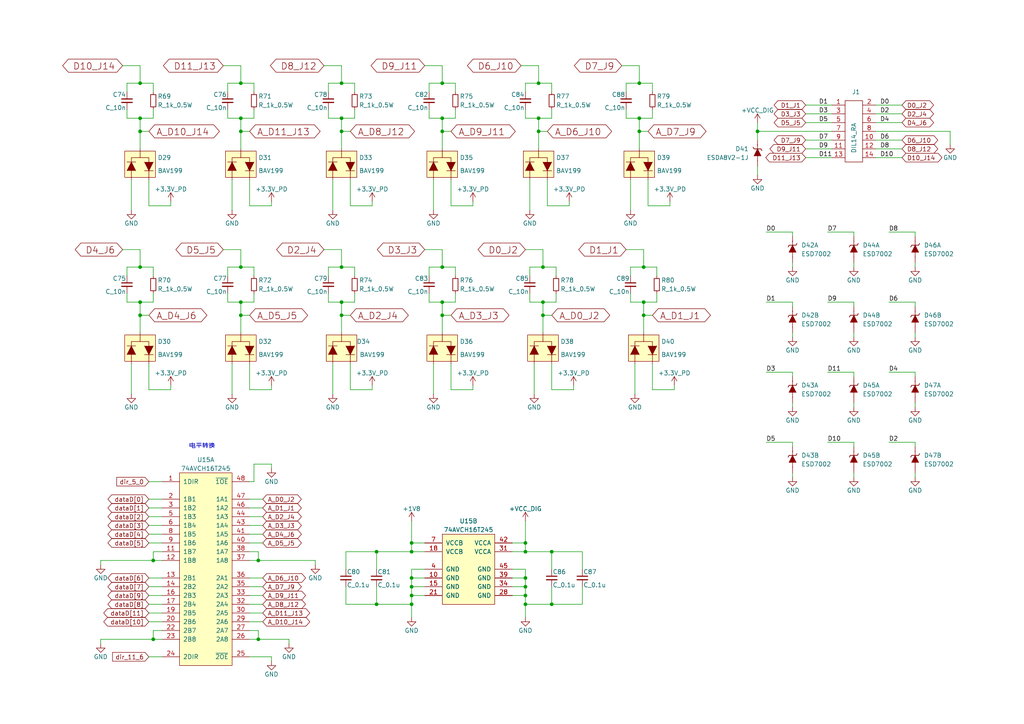
<source format=kicad_sch>
(kicad_sch (version 20231120) (generator "eeschema") (generator_version "8.0")
  (paper "A4")
  (title_block (title "Scopefun Oscilloscope") (rev "v2") (comment 1 "Copyright Dejan Priversek 2017") (comment 2 "Licensed under CERN OHL v.1.2"))
  (lib_symbols
    (symbol "ScopefunParts:+1.8V" (power) (pin_names (offset 0))
      (property "Value" "+1.8V" (at 0 3.556 0))
      (symbol "+1.8V_1_1"
        (pin power_in line (at 0 0 90) (length 0) hide (name "+1V8") (number "1"))
      )
    )
    (symbol "ScopefunParts:+3.3V_PD" (power) (pin_names (offset 0))
      (property "Value" "+3.3V_PD" (at 0 3.556 0))
      (symbol "+3.3V_PD_1_1"
        (pin power_in line (at 0 0 90) (length 0) hide (name "+3.3V_PD") (number "1"))
      )
    )
    (symbol "ScopefunParts:+VCC_DIG" (power) (pin_names (offset 0))
      (property "Value" "+VCC_DIG" (at 0 3.556 0))
      (symbol "+VCC_DIG_1_1"
        (pin power_in line (at 0 0 90) (length 0) hide (name "+VCC_DIG") (number "1"))
      )
    )
    (symbol "ScopefunParts:74AVCH16T245" (pin_names (offset 1.016))
      (property "Reference" "U" (at 0 31.75 0))
      (property "Value" "74AVCH16T245" (at 0 29.21 0))
      (symbol "74AVCH16T245_1_1"
        (pin input line (at -12.7 25.4 0) (length 5.08) (name "1DIR") (number "1"))
        (pin bidirectional line (at -12.7 5.08 0) (length 5.08) (name "1B7") (number "11"))
        (pin bidirectional line (at -12.7 2.54 0) (length 5.08) (name "1B8") (number "12"))
        (pin bidirectional line (at -12.7 -2.54 0) (length 5.08) (name "2B1") (number "13"))
        (pin bidirectional line (at -12.7 -5.08 0) (length 5.08) (name "2B2") (number "14"))
        (pin bidirectional line (at -12.7 -7.62 0) (length 5.08) (name "2B3") (number "16"))
        (pin bidirectional line (at -12.7 -10.16 0) (length 5.08) (name "2B4") (number "17"))
        (pin bidirectional line (at -12.7 -12.7 0) (length 5.08) (name "2B5") (number "19"))
        (pin bidirectional line (at -12.7 20.32 0) (length 5.08) (name "1B1") (number "2"))
        (pin bidirectional line (at -12.7 -15.24 0) (length 5.08) (name "2B6") (number "20"))
        (pin bidirectional line (at -12.7 -17.78 0) (length 5.08) (name "2B7") (number "22"))
        (pin bidirectional line (at -12.7 -20.32 0) (length 5.08) (name "2B8") (number "23"))
        (pin input line (at -12.7 -25.4 0) (length 5.08) (name "2DIR") (number "24"))
        (pin bidirectional line (at 12.7 -25.4 180) (length 5.08) (name "~{2OE}") (number "25"))
        (pin bidirectional line (at 12.7 -20.32 180) (length 5.08) (name "2A8") (number "26"))
        (pin bidirectional line (at 12.7 -17.78 180) (length 5.08) (name "2A7") (number "27"))
        (pin bidirectional line (at 12.7 -15.24 180) (length 5.08) (name "2A6") (number "29"))
        (pin bidirectional line (at -12.7 17.78 0) (length 5.08) (name "1B2") (number "3"))
        (pin bidirectional line (at 12.7 -12.7 180) (length 5.08) (name "2A5") (number "30"))
        (pin bidirectional line (at 12.7 -10.16 180) (length 5.08) (name "2A4") (number "32"))
        (pin bidirectional line (at 12.7 -7.62 180) (length 5.08) (name "2A3") (number "33"))
        (pin bidirectional line (at 12.7 -5.08 180) (length 5.08) (name "2A2") (number "35"))
        (pin bidirectional line (at 12.7 -2.54 180) (length 5.08) (name "2A1") (number "36"))
        (pin bidirectional line (at 12.7 2.54 180) (length 5.08) (name "1A8") (number "37"))
        (pin bidirectional line (at 12.7 5.08 180) (length 5.08) (name "1A7") (number "38"))
        (pin bidirectional line (at 12.7 7.62 180) (length 5.08) (name "1A6") (number "40"))
        (pin bidirectional line (at 12.7 10.16 180) (length 5.08) (name "1A5") (number "41"))
        (pin bidirectional line (at 12.7 12.7 180) (length 5.08) (name "1A4") (number "43"))
        (pin bidirectional line (at 12.7 15.24 180) (length 5.08) (name "1A3") (number "44"))
        (pin bidirectional line (at 12.7 17.78 180) (length 5.08) (name "1A2") (number "46"))
        (pin bidirectional line (at 12.7 20.32 180) (length 5.08) (name "1A1") (number "47"))
        (pin input line (at 12.7 25.4 180) (length 5.08) (name "~{1OE}") (number "48"))
        (pin bidirectional line (at -12.7 15.24 0) (length 5.08) (name "1B3") (number "5"))
        (pin bidirectional line (at -12.7 12.7 0) (length 5.08) (name "1B4") (number "6"))
        (pin bidirectional line (at -12.7 10.16 0) (length 5.08) (name "1B5") (number "8"))
        (pin bidirectional line (at -12.7 7.62 0) (length 5.08) (name "1B6") (number "9"))
      )
      (symbol "74AVCH16T245_2_1"
        (pin power_in line (at -12.7 15.24 0) (length 5.08) (name "GND") (number "10"))
        (pin power_in line (at -12.7 12.7 0) (length 5.08) (name "GND") (number "15"))
        (pin power_in line (at -12.7 22.86 0) (length 5.08) (name "VCCB") (number "18"))
        (pin power_in line (at -12.7 10.16 0) (length 5.08) (name "GND") (number "21"))
        (pin power_in line (at 12.7 10.16 180) (length 5.08) (name "GND") (number "28"))
        (pin power_in line (at 12.7 22.86 180) (length 5.08) (name "VCCA") (number "31"))
        (pin power_in line (at 12.7 12.7 180) (length 5.08) (name "GND") (number "34"))
        (pin power_in line (at 12.7 15.24 180) (length 5.08) (name "GND") (number "39"))
        (pin power_in line (at -12.7 17.78 0) (length 5.08) (name "GND") (number "4"))
        (pin power_in line (at 12.7 25.4 180) (length 5.08) (name "VCCA") (number "42"))
        (pin power_in line (at 12.7 17.78 180) (length 5.08) (name "GND") (number "45"))
        (pin power_in line (at -12.7 25.4 0) (length 5.08) (name "VCCB") (number "7"))
      )
    )
    (symbol "ScopefunParts:BAV199" (pin_numbers hide) (pin_names (offset 1.016) hide)
      (property "Reference" "D" (at 5.08 2.54 0))
      (property "Value" "BAV199" (at 5.08 -1.27 0))
      (symbol "BAV199_1_1"
        (pin passive line (at -2.54 -3.81 90) (length 2.54) (name "1") (number "1"))
        (pin passive line (at 2.54 -3.81 90) (length 2.54) (name "2") (number "2"))
        (pin passive line (at 0 5.08 270) (length 2.54) (name "3") (number "3"))
      )
    )
    (symbol "ScopefunParts:C_0.1u" (pin_numbers hide) (pin_names (offset 0.254) hide)
      (property "Reference" "C" (at 0.254 1.778 0))
      (property "Value" "C_0.1u" (at 0.254 -2.032 0))
      (symbol "C_0.1u_1_1"
        (pin passive line (at 0 2.54 270) (length 1.905) (name "~") (number "1"))
        (pin passive line (at 0 -2.54 90) (length 2.032) (name "~") (number "2"))
      )
    )
    (symbol "ScopefunParts:C_10n_100V" (pin_numbers hide) (pin_names (offset 0.254) hide)
      (property "Reference" "C" (at 0.254 1.778 0))
      (property "Value" "C_10n_100V" (at 0.254 -2.032 0))
      (symbol "C_10n_100V_1_1"
        (pin passive line (at 0 2.54 270) (length 1.905) (name "~") (number "1"))
        (pin passive line (at 0 -2.54 90) (length 2.032) (name "~") (number "2"))
      )
    )
    (symbol "ScopefunParts:DIL14_RA" (pin_names (offset 1.016) hide)
      (property "Reference" "J" (at 0.635 12.7 0))
      (property "Value" "DIL14_RA" (at 0 -5.08 90))
      (symbol "DIL14_RA_1_1"
        (pin passive line (at -6.35 8.89 0) (length 3.81) (name "1") (number "1"))
        (pin passive line (at 6.35 -1.27 180) (length 3.81) (name "10") (number "10"))
        (pin passive line (at -6.35 -3.81 0) (length 3.81) (name "11") (number "11"))
        (pin passive line (at 6.35 -3.81 180) (length 3.81) (name "12") (number "12"))
        (pin passive line (at -6.35 -6.35 0) (length 3.81) (name "13") (number "13"))
        (pin passive line (at 6.35 -6.35 180) (length 3.81) (name "14") (number "14"))
        (pin passive line (at 6.35 8.89 180) (length 3.81) (name "2") (number "2"))
        (pin passive line (at -6.35 6.35 0) (length 3.81) (name "3") (number "3"))
        (pin passive line (at 6.35 6.35 180) (length 3.81) (name "4") (number "4"))
        (pin passive line (at -6.35 3.81 0) (length 3.81) (name "5") (number "5"))
        (pin passive line (at 6.35 3.81 180) (length 3.81) (name "6") (number "6"))
        (pin passive line (at -6.35 1.27 0) (length 3.81) (name "7") (number "7"))
        (pin passive line (at 6.35 1.27 180) (length 3.81) (name "8") (number "8"))
        (pin passive line (at -6.35 -1.27 0) (length 3.81) (name "9") (number "9"))
      )
    )
    (symbol "ScopefunParts:ESD7002" (pin_numbers hide) (pin_names (offset 1.016) hide)
      (property "Reference" "D" (at 2.54 1.27 0))
      (property "Value" "ESD7002" (at 2.54 -1.27 0))
      (symbol "ESD7002_0_1"
        (pin passive line (at 0 -3.81 90) (length 1.524) (name "A") (number "3"))
      )
      (symbol "ESD7002_1_1"
        (pin passive line (at 0 3.81 270) (length 1.524) (name "C") (number "1"))
      )
      (symbol "ESD7002_2_1"
        (pin passive line (at 0 3.81 270) (length 1.524) (name "C") (number "2"))
      )
    )
    (symbol "ScopefunParts:ESDA8V2-1J" (pin_numbers hide) (pin_names (offset 1.016) hide)
      (property "Reference" "D" (at 2.54 1.27 0))
      (property "Value" "ESDA8V2-1J" (at 2.54 -1.27 0))
      (symbol "ESDA8V2-1J_1_1"
        (pin passive line (at 0 3.81 270) (length 1.524) (name "C") (number "1"))
        (pin passive line (at 0 -3.81 90) (length 1.524) (name "A") (number "2"))
      )
    )
    (symbol "ScopefunParts:R_1k_0.5W" (pin_numbers hide) (pin_names (offset 0.254) hide)
      (property "Reference" "R" (at 1.27 1.27 0))
      (property "Value" "R_1k_0.5W" (at 1.27 -1.27 0))
      (symbol "R_1k_0.5W_1_1"
        (pin passive line (at 0 2.54 270) (length 0.762) (name "~") (number "1"))
        (pin passive line (at 0 -2.54 90) (length 0.762) (name "~") (number "2"))
      )
    )
    (symbol "Scopefun_v2-rescue:GND" (power) (pin_names (offset 0))
      (property "Value" "GND" (at 0 -3.81 0))
      (symbol "GND_1_1"
        (pin power_in line (at 0 0 270) (length 0) hide (name "GND") (number "1"))
      )
    )
  )
  (junction (at 160.02 160.02))
  (junction (at 69.85 24.13))
  (junction (at 119.38 160.02))
  (junction (at 99.06 24.13))
  (junction (at 69.85 77.47))
  (junction (at 157.48 91.44))
  (junction (at 119.38 167.64))
  (junction (at 119.38 170.18))
  (junction (at 156.21 24.13))
  (junction (at 40.64 77.47))
  (junction (at 99.06 87.63))
  (junction (at 119.38 157.48))
  (junction (at 128.27 77.47))
  (junction (at 160.02 175.26))
  (junction (at 152.4 170.18))
  (junction (at 40.64 24.13))
  (junction (at 185.42 34.29))
  (junction (at 40.64 34.29))
  (junction (at 69.85 34.29))
  (junction (at 74.93 185.42))
  (junction (at 152.4 167.64))
  (junction (at 186.69 91.44))
  (junction (at 152.4 172.72))
  (junction (at 99.06 38.1))
  (junction (at 99.06 34.29))
  (junction (at 44.45 162.56))
  (junction (at 109.22 175.26))
  (junction (at 40.64 87.63))
  (junction (at 152.4 175.26))
  (junction (at 109.22 160.02))
  (junction (at 69.85 87.63))
  (junction (at 119.38 172.72))
  (junction (at 186.69 87.63))
  (junction (at 157.48 87.63))
  (junction (at 44.45 185.42))
  (junction (at 69.85 38.1))
  (junction (at 128.27 87.63))
  (junction (at 128.27 34.29))
  (junction (at 156.21 34.29))
  (junction (at 128.27 24.13))
  (junction (at 156.21 38.1))
  (junction (at 99.06 77.47))
  (junction (at 40.64 38.1))
  (junction (at 74.93 162.56))
  (junction (at 69.85 91.44))
  (junction (at 185.42 38.1))
  (junction (at 119.38 175.26))
  (junction (at 128.27 38.1))
  (junction (at 219.71 38.1))
  (junction (at 152.4 157.48))
  (junction (at 128.27 91.44))
  (junction (at 157.48 77.47))
  (junction (at 40.64 91.44))
  (junction (at 99.06 91.44))
  (junction (at 152.4 160.02))
  (junction (at 185.42 24.13))
  (junction (at 186.69 77.47))
  (wire (pts (xy 125.73 114.3) (xy 125.73 105.41)))
  (wire (pts (xy 72.39 190.5) (xy 78.74 190.5)))
  (wire (pts (xy 66.04 34.29) (xy 66.04 31.75)))
  (wire (pts (xy 72.39 149.86) (xy 76.2 149.86)))
  (wire (pts (xy 43.18 175.26) (xy 46.99 175.26)))
  (wire (pts (xy 29.21 185.42) (xy 44.45 185.42)))
  (wire (pts (xy 229.87 128.27) (xy 229.87 129.54)))
  (wire (pts (xy 44.45 34.29) (xy 44.45 31.75)))
  (wire (pts (xy 102.87 34.29) (xy 102.87 31.75)))
  (wire (pts (xy 247.65 76.2) (xy 247.65 77.47)))
  (wire (pts (xy 241.3 38.1) (xy 219.71 38.1)))
  (wire (pts (xy 229.87 87.63) (xy 229.87 88.9)))
  (wire (pts (xy 43.18 38.1) (xy 40.64 38.1)))
  (wire (pts (xy 156.21 34.29) (xy 160.02 34.29)))
  (wire (pts (xy 95.25 77.47) (xy 99.06 77.47)))
  (wire (pts (xy 49.53 113.03) (xy 43.18 113.03)))
  (wire (pts (xy 160.02 165.1) (xy 160.02 160.02)))
  (wire (pts (xy 74.93 162.56) (xy 91.44 162.56)))
  (wire (pts (xy 152.4 157.48) (xy 148.59 157.48)))
  (wire (pts (xy 35.56 19.05) (xy 40.64 19.05)))
  (wire (pts (xy 36.83 77.47) (xy 40.64 77.47)))
  (wire (pts (xy 128.27 87.63) (xy 132.08 87.63)))
  (wire (pts (xy 160.02 175.26) (xy 168.91 175.26)))
  (wire (pts (xy 124.46 26.67) (xy 124.46 24.13)))
  (wire (pts (xy 69.85 24.13) (xy 73.66 24.13)))
  (wire (pts (xy 100.33 160.02) (xy 100.33 165.1)))
  (wire (pts (xy 247.65 137.16) (xy 247.65 138.43)))
  (wire (pts (xy 168.91 175.26) (xy 168.91 170.18)))
  (wire (pts (xy 99.06 72.39) (xy 99.06 77.47)))
  (wire (pts (xy 257.81 67.31) (xy 265.43 67.31)))
  (wire (pts (xy 189.23 91.44) (xy 186.69 91.44)))
  (wire (pts (xy 240.03 107.95) (xy 247.65 107.95)))
  (wire (pts (xy 240.03 128.27) (xy 247.65 128.27)))
  (wire (pts (xy 72.39 38.1) (xy 69.85 38.1)))
  (wire (pts (xy 148.59 167.64) (xy 152.4 167.64)))
  (wire (pts (xy 185.42 34.29) (xy 185.42 38.1)))
  (wire (pts (xy 128.27 19.05) (xy 128.27 24.13)))
  (wire (pts (xy 43.18 170.18) (xy 46.99 170.18)))
  (wire (pts (xy 166.37 113.03) (xy 160.02 113.03)))
  (wire (pts (xy 72.39 152.4) (xy 76.2 152.4)))
  (wire (pts (xy 156.21 19.05) (xy 156.21 24.13)))
  (wire (pts (xy 72.39 180.34) (xy 76.2 180.34)))
  (wire (pts (xy 124.46 34.29) (xy 128.27 34.29)))
  (wire (pts (xy 182.88 87.63) (xy 182.88 85.09)))
  (wire (pts (xy 186.69 87.63) (xy 186.69 91.44)))
  (wire (pts (xy 99.06 19.05) (xy 99.06 24.13)))
  (wire (pts (xy 29.21 162.56) (xy 29.21 163.83)))
  (wire (pts (xy 247.65 116.84) (xy 247.65 118.11)))
  (wire (pts (xy 40.64 72.39) (xy 40.64 77.47)))
  (wire (pts (xy 67.31 114.3) (xy 67.31 105.41)))
  (wire (pts (xy 124.46 80.01) (xy 124.46 77.47)))
  (wire (pts (xy 72.39 162.56) (xy 74.93 162.56)))
  (wire (pts (xy 99.06 77.47) (xy 102.87 77.47)))
  (wire (pts (xy 153.67 60.96) (xy 153.67 52.07)))
  (wire (pts (xy 44.45 77.47) (xy 44.45 80.01)))
  (wire (pts (xy 119.38 151.13) (xy 119.38 157.48)))
  (wire (pts (xy 78.74 113.03) (xy 72.39 113.03)))
  (wire (pts (xy 95.25 26.67) (xy 95.25 24.13)))
  (wire (pts (xy 160.02 91.44) (xy 157.48 91.44)))
  (wire (pts (xy 153.67 80.01) (xy 153.67 77.47)))
  (wire (pts (xy 67.31 60.96) (xy 67.31 52.07)))
  (wire (pts (xy 101.6 91.44) (xy 99.06 91.44)))
  (wire (pts (xy 130.81 91.44) (xy 128.27 91.44)))
  (wire (pts (xy 124.46 24.13) (xy 128.27 24.13)))
  (wire (pts (xy 257.81 107.95) (xy 265.43 107.95)))
  (wire (pts (xy 222.25 107.95) (xy 229.87 107.95)))
  (wire (pts (xy 100.33 175.26) (xy 109.22 175.26)))
  (wire (pts (xy 247.65 96.52) (xy 247.65 97.79)))
  (wire (pts (xy 72.39 59.69) (xy 72.39 52.07)))
  (wire (pts (xy 73.66 134.62) (xy 78.74 134.62)))
  (wire (pts (xy 36.83 87.63) (xy 40.64 87.63)))
  (wire (pts (xy 66.04 87.63) (xy 66.04 85.09)))
  (wire (pts (xy 44.45 182.88) (xy 44.45 185.42)))
  (wire (pts (xy 194.31 58.42) (xy 194.31 59.69)))
  (wire (pts (xy 40.64 38.1) (xy 40.64 43.18)))
  (wire (pts (xy 219.71 35.56) (xy 219.71 38.1)))
  (wire (pts (xy 181.61 34.29) (xy 185.42 34.29)))
  (wire (pts (xy 95.25 34.29) (xy 95.25 31.75)))
  (wire (pts (xy 69.85 38.1) (xy 69.85 43.18)))
  (wire (pts (xy 78.74 58.42) (xy 78.74 59.69)))
  (wire (pts (xy 72.39 154.94) (xy 76.2 154.94)))
  (wire (pts (xy 72.39 177.8) (xy 76.2 177.8)))
  (wire (pts (xy 43.18 172.72) (xy 46.99 172.72)))
  (wire (pts (xy 137.16 58.42) (xy 137.16 59.69)))
  (wire (pts (xy 254 43.18) (xy 261.62 43.18)))
  (wire (pts (xy 254 33.02) (xy 261.62 33.02)))
  (wire (pts (xy 247.65 67.31) (xy 247.65 68.58)))
  (wire (pts (xy 161.29 77.47) (xy 161.29 80.01)))
  (wire (pts (xy 123.19 72.39) (xy 128.27 72.39)))
  (wire (pts (xy 160.02 170.18) (xy 160.02 175.26)))
  (wire (pts (xy 119.38 157.48) (xy 119.38 160.02)))
  (wire (pts (xy 43.18 91.44) (xy 40.64 91.44)))
  (wire (pts (xy 233.68 43.18) (xy 241.3 43.18)))
  (wire (pts (xy 222.25 67.31) (xy 229.87 67.31)))
  (wire (pts (xy 189.23 34.29) (xy 189.23 31.75)))
  (wire (pts (xy 99.06 24.13) (xy 102.87 24.13)))
  (wire (pts (xy 128.27 34.29) (xy 132.08 34.29)))
  (wire (pts (xy 93.98 72.39) (xy 99.06 72.39)))
  (wire (pts (xy 95.25 87.63) (xy 99.06 87.63)))
  (wire (pts (xy 99.06 91.44) (xy 99.06 96.52)))
  (wire (pts (xy 181.61 24.13) (xy 185.42 24.13)))
  (wire (pts (xy 152.4 26.67) (xy 152.4 24.13)))
  (wire (pts (xy 40.64 77.47) (xy 44.45 77.47)))
  (wire (pts (xy 233.68 40.64) (xy 241.3 40.64)))
  (wire (pts (xy 46.99 160.02) (xy 44.45 160.02)))
  (wire (pts (xy 99.06 34.29) (xy 99.06 38.1)))
  (wire (pts (xy 83.82 185.42) (xy 83.82 186.69)))
  (wire (pts (xy 194.31 59.69) (xy 187.96 59.69)))
  (wire (pts (xy 152.4 34.29) (xy 152.4 31.75)))
  (wire (pts (xy 132.08 77.47) (xy 132.08 80.01)))
  (wire (pts (xy 168.91 160.02) (xy 168.91 165.1)))
  (wire (pts (xy 43.18 59.69) (xy 43.18 52.07)))
  (wire (pts (xy 44.45 162.56) (xy 46.99 162.56)))
  (wire (pts (xy 189.23 113.03) (xy 189.23 105.41)))
  (wire (pts (xy 254 40.64) (xy 261.62 40.64)))
  (wire (pts (xy 72.39 144.78) (xy 76.2 144.78)))
  (wire (pts (xy 152.4 170.18) (xy 148.59 170.18)))
  (wire (pts (xy 36.83 87.63) (xy 36.83 85.09)))
  (wire (pts (xy 165.1 59.69) (xy 158.75 59.69)))
  (wire (pts (xy 254 38.1) (xy 275.59 38.1)))
  (wire (pts (xy 72.39 185.42) (xy 74.93 185.42)))
  (wire (pts (xy 233.68 45.72) (xy 241.3 45.72)))
  (wire (pts (xy 128.27 24.13) (xy 132.08 24.13)))
  (wire (pts (xy 222.25 128.27) (xy 229.87 128.27)))
  (wire (pts (xy 119.38 172.72) (xy 123.19 172.72)))
  (wire (pts (xy 40.64 19.05) (xy 40.64 24.13)))
  (wire (pts (xy 43.18 154.94) (xy 46.99 154.94)))
  (wire (pts (xy 109.22 165.1) (xy 109.22 160.02)))
  (wire (pts (xy 182.88 60.96) (xy 182.88 52.07)))
  (wire (pts (xy 66.04 80.01) (xy 66.04 77.47)))
  (wire (pts (xy 229.87 116.84) (xy 229.87 118.11)))
  (wire (pts (xy 99.06 34.29) (xy 102.87 34.29)))
  (wire (pts (xy 148.59 165.1) (xy 152.4 165.1)))
  (wire (pts (xy 160.02 160.02) (xy 168.91 160.02)))
  (wire (pts (xy 119.38 157.48) (xy 123.19 157.48)))
  (wire (pts (xy 128.27 34.29) (xy 128.27 38.1)))
  (wire (pts (xy 69.85 77.47) (xy 73.66 77.47)))
  (wire (pts (xy 95.25 24.13) (xy 99.06 24.13)))
  (wire (pts (xy 72.39 170.18) (xy 76.2 170.18)))
  (wire (pts (xy 72.39 91.44) (xy 69.85 91.44)))
  (wire (pts (xy 165.1 58.42) (xy 165.1 59.69)))
  (wire (pts (xy 152.4 34.29) (xy 156.21 34.29)))
  (wire (pts (xy 66.04 34.29) (xy 69.85 34.29)))
  (wire (pts (xy 43.18 144.78) (xy 46.99 144.78)))
  (wire (pts (xy 74.93 160.02) (xy 74.93 162.56)))
  (wire (pts (xy 95.25 34.29) (xy 99.06 34.29)))
  (wire (pts (xy 128.27 91.44) (xy 128.27 96.52)))
  (wire (pts (xy 69.85 87.63) (xy 73.66 87.63)))
  (wire (pts (xy 157.48 77.47) (xy 161.29 77.47)))
  (wire (pts (xy 73.66 139.7) (xy 73.66 134.62)))
  (wire (pts (xy 181.61 34.29) (xy 181.61 31.75)))
  (wire (pts (xy 130.81 38.1) (xy 128.27 38.1)))
  (wire (pts (xy 99.06 38.1) (xy 99.06 43.18)))
  (wire (pts (xy 265.43 137.16) (xy 265.43 138.43)))
  (wire (pts (xy 157.48 87.63) (xy 157.48 91.44)))
  (wire (pts (xy 124.46 87.63) (xy 128.27 87.63)))
  (wire (pts (xy 187.96 38.1) (xy 185.42 38.1)))
  (wire (pts (xy 182.88 77.47) (xy 186.69 77.47)))
  (wire (pts (xy 49.53 58.42) (xy 49.53 59.69)))
  (wire (pts (xy 95.25 87.63) (xy 95.25 85.09)))
  (wire (pts (xy 158.75 38.1) (xy 156.21 38.1)))
  (wire (pts (xy 124.46 77.47) (xy 128.27 77.47)))
  (wire (pts (xy 254 45.72) (xy 261.62 45.72)))
  (wire (pts (xy 78.74 134.62) (xy 78.74 135.89)))
  (wire (pts (xy 185.42 38.1) (xy 185.42 43.18)))
  (wire (pts (xy 128.27 72.39) (xy 128.27 77.47)))
  (wire (pts (xy 78.74 59.69) (xy 72.39 59.69)))
  (wire (pts (xy 265.43 67.31) (xy 265.43 68.58)))
  (wire (pts (xy 152.4 175.26) (xy 152.4 179.07)))
  (wire (pts (xy 109.22 160.02) (xy 119.38 160.02)))
  (wire (pts (xy 265.43 96.52) (xy 265.43 97.79)))
  (wire (pts (xy 40.64 87.63) (xy 44.45 87.63)))
  (wire (pts (xy 128.27 38.1) (xy 128.27 43.18)))
  (wire (pts (xy 74.93 185.42) (xy 83.82 185.42)))
  (wire (pts (xy 152.4 172.72) (xy 152.4 175.26)))
  (wire (pts (xy 43.18 167.64) (xy 46.99 167.64)))
  (wire (pts (xy 36.83 26.67) (xy 36.83 24.13)))
  (wire (pts (xy 275.59 38.1) (xy 275.59 41.91)))
  (wire (pts (xy 182.88 87.63) (xy 186.69 87.63)))
  (wire (pts (xy 152.4 24.13) (xy 156.21 24.13)))
  (wire (pts (xy 72.39 182.88) (xy 74.93 182.88)))
  (wire (pts (xy 69.85 34.29) (xy 69.85 38.1)))
  (wire (pts (xy 44.45 87.63) (xy 44.45 85.09)))
  (wire (pts (xy 102.87 87.63) (xy 102.87 85.09)))
  (wire (pts (xy 69.85 34.29) (xy 73.66 34.29)))
  (wire (pts (xy 257.81 87.63) (xy 265.43 87.63)))
  (wire (pts (xy 233.68 33.02) (xy 241.3 33.02)))
  (wire (pts (xy 153.67 77.47) (xy 157.48 77.47)))
  (wire (pts (xy 73.66 34.29) (xy 73.66 31.75)))
  (wire (pts (xy 40.64 34.29) (xy 44.45 34.29)))
  (wire (pts (xy 160.02 24.13) (xy 160.02 26.67)))
  (wire (pts (xy 73.66 24.13) (xy 73.66 26.67)))
  (wire (pts (xy 166.37 111.76) (xy 166.37 113.03)))
  (wire (pts (xy 152.4 72.39) (xy 157.48 72.39)))
  (wire (pts (xy 43.18 180.34) (xy 46.99 180.34)))
  (wire (pts (xy 73.66 77.47) (xy 73.66 80.01)))
  (wire (pts (xy 153.67 87.63) (xy 153.67 85.09)))
  (wire (pts (xy 69.85 91.44) (xy 69.85 96.52)))
  (wire (pts (xy 36.83 24.13) (xy 40.64 24.13)))
  (wire (pts (xy 102.87 24.13) (xy 102.87 26.67)))
  (wire (pts (xy 233.68 35.56) (xy 241.3 35.56)))
  (wire (pts (xy 152.4 167.64) (xy 152.4 170.18)))
  (wire (pts (xy 148.59 160.02) (xy 152.4 160.02)))
  (wire (pts (xy 222.25 87.63) (xy 229.87 87.63)))
  (wire (pts (xy 72.39 172.72) (xy 76.2 172.72)))
  (wire (pts (xy 43.18 113.03) (xy 43.18 105.41)))
  (wire (pts (xy 49.53 59.69) (xy 43.18 59.69)))
  (wire (pts (xy 240.03 87.63) (xy 247.65 87.63)))
  (wire (pts (xy 182.88 80.01) (xy 182.88 77.47)))
  (wire (pts (xy 40.64 91.44) (xy 40.64 96.52)))
  (wire (pts (xy 64.77 19.05) (xy 69.85 19.05)))
  (wire (pts (xy 125.73 60.96) (xy 125.73 52.07)))
  (wire (pts (xy 152.4 157.48) (xy 152.4 160.02)))
  (wire (pts (xy 107.95 59.69) (xy 101.6 59.69)))
  (wire (pts (xy 257.81 128.27) (xy 265.43 128.27)))
  (wire (pts (xy 157.48 91.44) (xy 157.48 96.52)))
  (wire (pts (xy 240.03 67.31) (xy 247.65 67.31)))
  (wire (pts (xy 40.64 24.13) (xy 44.45 24.13)))
  (wire (pts (xy 35.56 72.39) (xy 40.64 72.39)))
  (wire (pts (xy 69.85 87.63) (xy 69.85 91.44)))
  (wire (pts (xy 119.38 170.18) (xy 123.19 170.18)))
  (wire (pts (xy 43.18 152.4) (xy 46.99 152.4)))
  (wire (pts (xy 107.95 113.03) (xy 101.6 113.03)))
  (wire (pts (xy 69.85 72.39) (xy 69.85 77.47)))
  (wire (pts (xy 123.19 165.1) (xy 119.38 165.1)))
  (wire (pts (xy 195.58 111.76) (xy 195.58 113.03)))
  (wire (pts (xy 72.39 160.02) (xy 74.93 160.02)))
  (wire (pts (xy 119.38 170.18) (xy 119.38 172.72)))
  (wire (pts (xy 124.46 34.29) (xy 124.46 31.75)))
  (wire (pts (xy 233.68 30.48) (xy 241.3 30.48)))
  (wire (pts (xy 130.81 59.69) (xy 130.81 52.07)))
  (wire (pts (xy 107.95 111.76) (xy 107.95 113.03)))
  (wire (pts (xy 186.69 77.47) (xy 190.5 77.47)))
  (wire (pts (xy 152.4 160.02) (xy 160.02 160.02)))
  (wire (pts (xy 152.4 165.1) (xy 152.4 167.64)))
  (wire (pts (xy 265.43 128.27) (xy 265.43 129.54)))
  (wire (pts (xy 29.21 162.56) (xy 44.45 162.56)))
  (wire (pts (xy 109.22 170.18) (xy 109.22 175.26)))
  (wire (pts (xy 137.16 113.03) (xy 130.81 113.03)))
  (wire (pts (xy 254 35.56) (xy 261.62 35.56)))
  (wire (pts (xy 137.16 111.76) (xy 137.16 113.03)))
  (wire (pts (xy 156.21 38.1) (xy 156.21 43.18)))
  (wire (pts (xy 100.33 160.02) (xy 109.22 160.02)))
  (wire (pts (xy 101.6 59.69) (xy 101.6 52.07)))
  (wire (pts (xy 66.04 24.13) (xy 69.85 24.13)))
  (wire (pts (xy 43.18 139.7) (xy 46.99 139.7)))
  (wire (pts (xy 132.08 34.29) (xy 132.08 31.75)))
  (wire (pts (xy 247.65 128.27) (xy 247.65 129.54)))
  (wire (pts (xy 152.4 172.72) (xy 148.59 172.72)))
  (wire (pts (xy 43.18 177.8) (xy 46.99 177.8)))
  (wire (pts (xy 195.58 113.03) (xy 189.23 113.03)))
  (wire (pts (xy 119.38 172.72) (xy 119.38 175.26)))
  (wire (pts (xy 99.06 87.63) (xy 99.06 91.44)))
  (wire (pts (xy 100.33 170.18) (xy 100.33 175.26)))
  (wire (pts (xy 219.71 38.1) (xy 219.71 40.64)))
  (wire (pts (xy 123.19 19.05) (xy 128.27 19.05)))
  (wire (pts (xy 29.21 185.42) (xy 29.21 186.69)))
  (wire (pts (xy 36.83 80.01) (xy 36.83 77.47)))
  (wire (pts (xy 132.08 87.63) (xy 132.08 85.09)))
  (wire (pts (xy 189.23 24.13) (xy 189.23 26.67)))
  (wire (pts (xy 123.19 167.64) (xy 119.38 167.64)))
  (wire (pts (xy 78.74 190.5) (xy 78.74 191.77)))
  (wire (pts (xy 43.18 149.86) (xy 46.99 149.86)))
  (wire (pts (xy 44.45 185.42) (xy 46.99 185.42)))
  (wire (pts (xy 119.38 165.1) (xy 119.38 167.64)))
  (wire (pts (xy 229.87 137.16) (xy 229.87 138.43)))
  (wire (pts (xy 128.27 77.47) (xy 132.08 77.47)))
  (wire (pts (xy 72.39 139.7) (xy 73.66 139.7)))
  (wire (pts (xy 160.02 34.29) (xy 160.02 31.75)))
  (wire (pts (xy 265.43 87.63) (xy 265.43 88.9)))
  (wire (pts (xy 96.52 114.3) (xy 96.52 105.41)))
  (wire (pts (xy 153.67 87.63) (xy 157.48 87.63)))
  (wire (pts (xy 40.64 87.63) (xy 40.64 91.44)))
  (wire (pts (xy 254 30.48) (xy 261.62 30.48)))
  (wire (pts (xy 64.77 72.39) (xy 69.85 72.39)))
  (wire (pts (xy 102.87 77.47) (xy 102.87 80.01)))
  (wire (pts (xy 38.1 114.3) (xy 38.1 105.41)))
  (wire (pts (xy 186.69 87.63) (xy 190.5 87.63)))
  (wire (pts (xy 185.42 19.05) (xy 185.42 24.13)))
  (wire (pts (xy 99.06 87.63) (xy 102.87 87.63)))
  (wire (pts (xy 95.25 80.01) (xy 95.25 77.47)))
  (wire (pts (xy 119.38 160.02) (xy 123.19 160.02)))
  (wire (pts (xy 119.38 175.26) (xy 119.38 179.07)))
  (wire (pts (xy 229.87 67.31) (xy 229.87 68.58)))
  (wire (pts (xy 44.45 160.02) (xy 44.45 162.56)))
  (wire (pts (xy 187.96 59.69) (xy 187.96 52.07)))
  (wire (pts (xy 152.4 151.13) (xy 152.4 157.48)))
  (wire (pts (xy 128.27 87.63) (xy 128.27 91.44)))
  (wire (pts (xy 180.34 19.05) (xy 185.42 19.05)))
  (wire (pts (xy 66.04 77.47) (xy 69.85 77.47)))
  (wire (pts (xy 219.71 48.26) (xy 219.71 50.8)))
  (wire (pts (xy 181.61 72.39) (xy 186.69 72.39)))
  (wire (pts (xy 124.46 87.63) (xy 124.46 85.09)))
  (wire (pts (xy 69.85 19.05) (xy 69.85 24.13)))
  (wire (pts (xy 78.74 111.76) (xy 78.74 113.03)))
  (wire (pts (xy 161.29 87.63) (xy 161.29 85.09)))
  (wire (pts (xy 157.48 72.39) (xy 157.48 77.47)))
  (wire (pts (xy 158.75 59.69) (xy 158.75 52.07)))
  (wire (pts (xy 66.04 26.67) (xy 66.04 24.13)))
  (wire (pts (xy 185.42 34.29) (xy 189.23 34.29)))
  (wire (pts (xy 247.65 107.95) (xy 247.65 109.22)))
  (wire (pts (xy 265.43 76.2) (xy 265.43 77.47)))
  (wire (pts (xy 72.39 167.64) (xy 76.2 167.64)))
  (wire (pts (xy 190.5 87.63) (xy 190.5 85.09)))
  (wire (pts (xy 229.87 76.2) (xy 229.87 77.47)))
  (wire (pts (xy 181.61 26.67) (xy 181.61 24.13)))
  (wire (pts (xy 156.21 24.13) (xy 160.02 24.13)))
  (wire (pts (xy 156.21 34.29) (xy 156.21 38.1)))
  (wire (pts (xy 109.22 175.26) (xy 119.38 175.26)))
  (wire (pts (xy 72.39 113.03) (xy 72.39 105.41)))
  (wire (pts (xy 247.65 87.63) (xy 247.65 88.9)))
  (wire (pts (xy 91.44 162.56) (xy 91.44 163.83)))
  (wire (pts (xy 229.87 107.95) (xy 229.87 109.22)))
  (wire (pts (xy 96.52 60.96) (xy 96.52 52.07)))
  (wire (pts (xy 152.4 175.26) (xy 160.02 175.26)))
  (wire (pts (xy 160.02 113.03) (xy 160.02 105.41)))
  (wire (pts (xy 184.15 114.3) (xy 184.15 105.41)))
  (wire (pts (xy 49.53 111.76) (xy 49.53 113.03)))
  (wire (pts (xy 72.39 157.48) (xy 76.2 157.48)))
  (wire (pts (xy 44.45 24.13) (xy 44.45 26.67)))
  (wire (pts (xy 186.69 91.44) (xy 186.69 96.52)))
  (wire (pts (xy 152.4 170.18) (xy 152.4 172.72)))
  (wire (pts (xy 93.98 19.05) (xy 99.06 19.05)))
  (wire (pts (xy 46.99 182.88) (xy 44.45 182.88)))
  (wire (pts (xy 72.39 147.32) (xy 76.2 147.32)))
  (wire (pts (xy 36.83 34.29) (xy 40.64 34.29)))
  (wire (pts (xy 40.64 34.29) (xy 40.64 38.1)))
  (wire (pts (xy 38.1 60.96) (xy 38.1 52.07)))
  (wire (pts (xy 157.48 87.63) (xy 161.29 87.63)))
  (wire (pts (xy 36.83 34.29) (xy 36.83 31.75)))
  (wire (pts (xy 265.43 107.95) (xy 265.43 109.22)))
  (wire (pts (xy 43.18 147.32) (xy 46.99 147.32)))
  (wire (pts (xy 43.18 190.5) (xy 46.99 190.5)))
  (wire (pts (xy 151.13 19.05) (xy 156.21 19.05)))
  (wire (pts (xy 101.6 38.1) (xy 99.06 38.1)))
  (wire (pts (xy 43.18 157.48) (xy 46.99 157.48)))
  (wire (pts (xy 73.66 87.63) (xy 73.66 85.09)))
  (wire (pts (xy 119.38 167.64) (xy 119.38 170.18)))
  (wire (pts (xy 74.93 182.88) (xy 74.93 185.42)))
  (wire (pts (xy 265.43 116.84) (xy 265.43 118.11)))
  (wire (pts (xy 107.95 58.42) (xy 107.95 59.69)))
  (wire (pts (xy 132.08 24.13) (xy 132.08 26.67)))
  (wire (pts (xy 186.69 72.39) (xy 186.69 77.47)))
  (wire (pts (xy 130.81 113.03) (xy 130.81 105.41)))
  (wire (pts (xy 72.39 175.26) (xy 76.2 175.26)))
  (wire (pts (xy 154.94 114.3) (xy 154.94 105.41)))
  (wire (pts (xy 190.5 77.47) (xy 190.5 80.01)))
  (wire (pts (xy 101.6 113.03) (xy 101.6 105.41)))
  (wire (pts (xy 229.87 96.52) (xy 229.87 97.79)))
  (wire (pts (xy 185.42 24.13) (xy 189.23 24.13)))
  (wire (pts (xy 66.04 87.63) (xy 69.85 87.63)))
  (wire (pts (xy 137.16 59.69) (xy 130.81 59.69)))
  (text "电平转换" (at 58.674 129.54 0) (effects (font (size 1.27 1.27))))
  (label "D8" (at 257.81 67.31 0))
  (label "D9" (at 240.03 87.63 0))
  (label "D6" (at 255.27 40.64 0))
  (label "D10" (at 255.27 45.72 0))
  (label "D5" (at 237.49 35.56 0))
  (label "D0" (at 255.27 30.48 0))
  (label "D1" (at 222.25 87.63 0))
  (label "D3" (at 222.25 107.95 0))
  (label "D5" (at 222.25 128.27 0))
  (label "D1" (at 237.49 30.48 0))
  (label "D4" (at 257.81 107.95 0))
  (label "D7" (at 237.49 40.64 0))
  (label "D11" (at 240.03 107.95 0))
  (label "D11" (at 237.49 45.72 0))
  (label "D10" (at 240.03 128.27 0))
  (label "D8" (at 255.27 43.18 0))
  (label "D6" (at 257.81 87.63 0))
  (label "D3" (at 237.49 33.02 0))
  (label "D9" (at 237.49 43.18 0))
  (label "D0" (at 222.25 67.31 0))
  (label "D2" (at 257.81 128.27 0))
  (label "D4" (at 255.27 35.56 0))
  (label "D7" (at 240.03 67.31 0))
  (label "D2" (at 255.27 33.02 0))
  (global_label "D1_J1" (shape bidirectional) (at 233.68 30.48 180) (property "Intersheetrefs" "${INTERSHEET_REFS}" (effects (hide yes))))
  (global_label "dataD[2]" (shape bidirectional) (at 43.18 149.86 180) (property "Intersheetrefs" "${INTERSHEET_REFS}" (effects (hide yes))))
  (global_label "A_D10_J14" (shape bidirectional) (at 76.2 180.34 0) (property "Intersheetrefs" "${INTERSHEET_REFS}" (effects (hide yes))))
  (global_label "D9_J11" (shape bidirectional) (at 123.19 19.05 180) (effects (font (size 1.905 1.905))) (property "Intersheetrefs" "${INTERSHEET_REFS}" (effects (hide yes))))
  (global_label "D6_J10" (shape bidirectional) (at 151.13 19.05 180) (effects (font (size 1.905 1.905))) (property "Intersheetrefs" "${INTERSHEET_REFS}" (effects (hide yes))))
  (global_label "D8_J12" (shape bidirectional) (at 93.98 19.05 180) (effects (font (size 1.905 1.905))) (property "Intersheetrefs" "${INTERSHEET_REFS}" (effects (hide yes))))
  (global_label "A_D6_J10" (shape bidirectional) (at 158.75 38.1 0) (effects (font (size 1.905 1.905))) (property "Intersheetrefs" "${INTERSHEET_REFS}" (effects (hide yes))))
  (global_label "D11_J13" (shape bidirectional) (at 233.68 45.72 180) (property "Intersheetrefs" "${INTERSHEET_REFS}" (effects (hide yes))))
  (global_label "D7_J9" (shape bidirectional) (at 180.34 19.05 180) (effects (font (size 1.905 1.905))) (property "Intersheetrefs" "${INTERSHEET_REFS}" (effects (hide yes))))
  (global_label "D4_J6" (shape bidirectional) (at 261.62 35.56 0) (property "Intersheetrefs" "${INTERSHEET_REFS}" (effects (hide yes))))
  (global_label "D10_J14" (shape bidirectional) (at 261.62 45.72 0) (property "Intersheetrefs" "${INTERSHEET_REFS}" (effects (hide yes))))
  (global_label "dir_11_6" (shape input) (at 43.18 190.5 180) (property "Intersheetrefs" "${INTERSHEET_REFS}" (effects (hide yes))))
  (global_label "D0_J2" (shape bidirectional) (at 261.62 30.48 0) (property "Intersheetrefs" "${INTERSHEET_REFS}" (effects (hide yes))))
  (global_label "A_D1_J1" (shape bidirectional) (at 189.23 91.44 0) (effects (font (size 1.905 1.905))) (property "Intersheetrefs" "${INTERSHEET_REFS}" (effects (hide yes))))
  (global_label "A_D6_J10" (shape bidirectional) (at 76.2 167.64 0) (property "Intersheetrefs" "${INTERSHEET_REFS}" (effects (hide yes))))
  (global_label "dataD[8]" (shape bidirectional) (at 43.18 175.26 180) (property "Intersheetrefs" "${INTERSHEET_REFS}" (effects (hide yes))))
  (global_label "dataD[10]" (shape bidirectional) (at 43.18 180.34 180) (property "Intersheetrefs" "${INTERSHEET_REFS}" (effects (hide yes))))
  (global_label "D8_J12" (shape bidirectional) (at 261.62 43.18 0) (property "Intersheetrefs" "${INTERSHEET_REFS}" (effects (hide yes))))
  (global_label "A_D2_J4" (shape bidirectional) (at 101.6 91.44 0) (effects (font (size 1.905 1.905))) (property "Intersheetrefs" "${INTERSHEET_REFS}" (effects (hide yes))))
  (global_label "A_D4_J6" (shape bidirectional) (at 43.18 91.44 0) (effects (font (size 1.905 1.905))) (property "Intersheetrefs" "${INTERSHEET_REFS}" (effects (hide yes))))
  (global_label "A_D2_J4" (shape bidirectional) (at 76.2 149.86 0) (property "Intersheetrefs" "${INTERSHEET_REFS}" (effects (hide yes))))
  (global_label "A_D1_J1" (shape bidirectional) (at 76.2 147.32 0) (property "Intersheetrefs" "${INTERSHEET_REFS}" (effects (hide yes))))
  (global_label "A_D8_J12" (shape bidirectional) (at 76.2 175.26 0) (property "Intersheetrefs" "${INTERSHEET_REFS}" (effects (hide yes))))
  (global_label "dataD[0]" (shape bidirectional) (at 43.18 144.78 180) (property "Intersheetrefs" "${INTERSHEET_REFS}" (effects (hide yes))))
  (global_label "A_D4_J6" (shape bidirectional) (at 76.2 154.94 0) (property "Intersheetrefs" "${INTERSHEET_REFS}" (effects (hide yes))))
  (global_label "D11_J13" (shape bidirectional) (at 64.77 19.05 180) (effects (font (size 1.905 1.905))) (property "Intersheetrefs" "${INTERSHEET_REFS}" (effects (hide yes))))
  (global_label "D3_J3" (shape bidirectional) (at 123.19 72.39 180) (effects (font (size 1.905 1.905))) (property "Intersheetrefs" "${INTERSHEET_REFS}" (effects (hide yes))))
  (global_label "dir_5_0" (shape input) (at 43.18 139.7 180) (property "Intersheetrefs" "${INTERSHEET_REFS}" (effects (hide yes))))
  (global_label "D5_J5" (shape bidirectional) (at 64.77 72.39 180) (effects (font (size 1.905 1.905))) (property "Intersheetrefs" "${INTERSHEET_REFS}" (effects (hide yes))))
  (global_label "A_D9_J11" (shape bidirectional) (at 130.81 38.1 0) (effects (font (size 1.905 1.905))) (property "Intersheetrefs" "${INTERSHEET_REFS}" (effects (hide yes))))
  (global_label "dataD[1]" (shape bidirectional) (at 43.18 147.32 180) (property "Intersheetrefs" "${INTERSHEET_REFS}" (effects (hide yes))))
  (global_label "dataD[11]" (shape bidirectional) (at 43.18 177.8 180) (property "Intersheetrefs" "${INTERSHEET_REFS}" (effects (hide yes))))
  (global_label "A_D0_J2" (shape bidirectional) (at 76.2 144.78 0) (property "Intersheetrefs" "${INTERSHEET_REFS}" (effects (hide yes))))
  (global_label "A_D7_J9" (shape bidirectional) (at 76.2 170.18 0) (property "Intersheetrefs" "${INTERSHEET_REFS}" (effects (hide yes))))
  (global_label "A_D7_J9" (shape bidirectional) (at 187.96 38.1 0) (effects (font (size 1.905 1.905))) (property "Intersheetrefs" "${INTERSHEET_REFS}" (effects (hide yes))))
  (global_label "A_D10_J14" (shape bidirectional) (at 43.18 38.1 0) (effects (font (size 1.905 1.905))) (property "Intersheetrefs" "${INTERSHEET_REFS}" (effects (hide yes))))
  (global_label "dataD[3]" (shape bidirectional) (at 43.18 152.4 180) (property "Intersheetrefs" "${INTERSHEET_REFS}" (effects (hide yes))))
  (global_label "dataD[5]" (shape bidirectional) (at 43.18 157.48 180) (property "Intersheetrefs" "${INTERSHEET_REFS}" (effects (hide yes))))
  (global_label "A_D3_J3" (shape bidirectional) (at 76.2 152.4 0) (property "Intersheetrefs" "${INTERSHEET_REFS}" (effects (hide yes))))
  (global_label "dataD[4]" (shape bidirectional) (at 43.18 154.94 180) (property "Intersheetrefs" "${INTERSHEET_REFS}" (effects (hide yes))))
  (global_label "D3_J3" (shape bidirectional) (at 233.68 33.02 180) (property "Intersheetrefs" "${INTERSHEET_REFS}" (effects (hide yes))))
  (global_label "A_D11_J13" (shape bidirectional) (at 76.2 177.8 0) (property "Intersheetrefs" "${INTERSHEET_REFS}" (effects (hide yes))))
  (global_label "D9_J11" (shape bidirectional) (at 233.68 43.18 180) (property "Intersheetrefs" "${INTERSHEET_REFS}" (effects (hide yes))))
  (global_label "dataD[9]" (shape bidirectional) (at 43.18 172.72 180) (property "Intersheetrefs" "${INTERSHEET_REFS}" (effects (hide yes))))
  (global_label "A_D5_J5" (shape bidirectional) (at 76.2 157.48 0) (property "Intersheetrefs" "${INTERSHEET_REFS}" (effects (hide yes))))
  (global_label "D2_J4" (shape bidirectional) (at 93.98 72.39 180) (effects (font (size 1.905 1.905))) (property "Intersheetrefs" "${INTERSHEET_REFS}" (effects (hide yes))))
  (global_label "D1_J1" (shape bidirectional) (at 181.61 72.39 180) (effects (font (size 1.905 1.905))) (property "Intersheetrefs" "${INTERSHEET_REFS}" (effects (hide yes))))
  (global_label "A_D11_J13" (shape bidirectional) (at 72.39 38.1 0) (effects (font (size 1.905 1.905))) (property "Intersheetrefs" "${INTERSHEET_REFS}" (effects (hide yes))))
  (global_label "dataD[6]" (shape bidirectional) (at 43.18 167.64 180) (property "Intersheetrefs" "${INTERSHEET_REFS}" (effects (hide yes))))
  (global_label "D7_J9" (shape bidirectional) (at 233.68 40.64 180) (property "Intersheetrefs" "${INTERSHEET_REFS}" (effects (hide yes))))
  (global_label "A_D5_J5" (shape bidirectional) (at 72.39 91.44 0) (effects (font (size 1.905 1.905))) (property "Intersheetrefs" "${INTERSHEET_REFS}" (effects (hide yes))))
  (global_label "A_D0_J2" (shape bidirectional) (at 160.02 91.44 0) (effects (font (size 1.905 1.905))) (property "Intersheetrefs" "${INTERSHEET_REFS}" (effects (hide yes))))
  (global_label "A_D3_J3" (shape bidirectional) (at 130.81 91.44 0) (effects (font (size 1.905 1.905))) (property "Intersheetrefs" "${INTERSHEET_REFS}" (effects (hide yes))))
  (global_label "dataD[7]" (shape bidirectional) (at 43.18 170.18 180) (property "Intersheetrefs" "${INTERSHEET_REFS}" (effects (hide yes))))
  (global_label "D2_J4" (shape bidirectional) (at 261.62 33.02 0) (property "Intersheetrefs" "${INTERSHEET_REFS}" (effects (hide yes))))
  (global_label "A_D9_J11" (shape bidirectional) (at 76.2 172.72 0) (property "Intersheetrefs" "${INTERSHEET_REFS}" (effects (hide yes))))
  (global_label "D5_J5" (shape bidirectional) (at 233.68 35.56 180) (property "Intersheetrefs" "${INTERSHEET_REFS}" (effects (hide yes))))
  (global_label "D10_J14" (shape bidirectional) (at 35.56 19.05 180) (effects (font (size 1.905 1.905))) (property "Intersheetrefs" "${INTERSHEET_REFS}" (effects (hide yes))))
  (global_label "D0_J2" (shape bidirectional) (at 152.4 72.39 180) (effects (font (size 1.905 1.905))) (property "Intersheetrefs" "${INTERSHEET_REFS}" (effects (hide yes))))
  (global_label "D6_J10" (shape bidirectional) (at 261.62 40.64 0) (property "Intersheetrefs" "${INTERSHEET_REFS}" (effects (hide yes))))
  (global_label "D4_J6" (shape bidirectional) (at 35.56 72.39 180) (effects (font (size 1.905 1.905))) (property "Intersheetrefs" "${INTERSHEET_REFS}" (effects (hide yes))))
  (global_label "A_D8_J12" (shape bidirectional) (at 101.6 38.1 0) (effects (font (size 1.905 1.905))) (property "Intersheetrefs" "${INTERSHEET_REFS}" (effects (hide yes))))
  (symbol (lib_id "ScopefunParts:74AVCH16T245") (at 59.69 165.1 0) (unit 1)
    (property "Reference" "U15" (at 59.69 133.35 0))
    (property "Value" "74AVCH16T245" (at 59.69 135.89 0))
    (property "Footprint" "ScopefunPackagesLibrary:TSSOP48" (effects (hide yes)))
    (property "Datasheet" "http://www.ti.com/lit/ds/symlink/sn74avch16t245.pdf" (effects (hide yes)))
    (property "Description" "74AVCH16T245 16-bit dual supply translating transceiver" (effects (hide yes)))
    (property "MFG Part#" "SN74AVCH16T245GR" (effects (hide yes)))
  )
  (symbol (lib_id "ScopefunParts:74AVCH16T245") (at 135.89 182.88 0) (unit 2)
    (property "Reference" "U15" (at 135.89 151.13 0))
    (property "Value" "74AVCH16T245" (at 135.89 153.67 0))
    (property "Footprint" "ScopefunPackagesLibrary:TSSOP48" (effects (hide yes)))
    (property "Datasheet" "http://www.ti.com/lit/ds/symlink/sn74avch16t245.pdf" (effects (hide yes)))
    (property "Description" "74AVCH16T245 16-bit dual supply translating transceiver" (effects (hide yes)))
    (property "MFG Part#" "SN74AVCH16T245GR" (effects (hide yes)))
  )
  (symbol (lib_id "Scopefun_v2-rescue:GND") (at 78.74 135.89 0) (unit 1)
    (property "Reference" "#PWR0126" (effects (hide yes)))
    (property "Value" "GND" (at 78.74 139.7 0))
  )
  (symbol (lib_id "Scopefun_v2-rescue:GND") (at 78.74 191.77 0) (unit 1)
    (property "Reference" "#PWR0127" (effects (hide yes)))
    (property "Value" "GND" (at 78.74 195.58 0))
  )
  (symbol (lib_id "ScopefunParts:C_0.1u") (at 109.22 167.64 0) (unit 1)
    (property "Reference" "C81" (at 109.474 165.862 0) (effects (justify left)))
    (property "Value" "C_0.1u" (at 109.474 169.672 0) (effects (justify left)))
    (property "Footprint" "ScopefunPackagesLibrary:C_0603" (effects (hide yes)))
    (property "Description" "MLCC - SMD/SMT 0603 16V X7R 10%" (effects (hide yes)))
    (property "MFG Part#" "C0603C104K4RACTU" (effects (hide yes)))
  )
  (symbol (lib_id "ScopefunParts:C_0.1u") (at 100.33 167.64 0) (unit 1)
    (property "Reference" "C80" (at 100.584 165.862 0) (effects (justify left)))
    (property "Value" "C_0.1u" (at 100.584 169.672 0) (effects (justify left)))
    (property "Footprint" "ScopefunPackagesLibrary:C_0603" (effects (hide yes)))
    (property "Description" "MLCC - SMD/SMT 0603 16V X7R 10%" (effects (hide yes)))
    (property "MFG Part#" "C0603C104K4RACTU" (effects (hide yes)))
  )
  (symbol (lib_id "ScopefunParts:C_0.1u") (at 168.91 167.64 0) (unit 1)
    (property "Reference" "C87" (at 169.164 165.862 0) (effects (justify left)))
    (property "Value" "C_0.1u" (at 169.164 169.672 0) (effects (justify left)))
    (property "Footprint" "ScopefunPackagesLibrary:C_0603" (effects (hide yes)))
    (property "Description" "MLCC - SMD/SMT 0603 16V X7R 10%" (effects (hide yes)))
    (property "MFG Part#" "C0603C104K4RACTU" (effects (hide yes)))
  )
  (symbol (lib_id "ScopefunParts:C_0.1u") (at 160.02 167.64 0) (unit 1)
    (property "Reference" "C86" (at 160.274 165.862 0) (effects (justify left)))
    (property "Value" "C_0.1u" (at 160.274 169.672 0) (effects (justify left)))
    (property "Footprint" "ScopefunPackagesLibrary:C_0603" (effects (hide yes)))
    (property "Description" "MLCC - SMD/SMT 0603 16V X7R 10%" (effects (hide yes)))
    (property "MFG Part#" "C0603C104K4RACTU" (effects (hide yes)))
  )
  (symbol (lib_id "Scopefun_v2-rescue:GND") (at 152.4 179.07 0) (unit 1)
    (property "Reference" "#PWR0128" (effects (hide yes)))
    (property "Value" "GND" (at 152.4 182.88 0))
  )
  (symbol (lib_id "Scopefun_v2-rescue:GND") (at 119.38 179.07 0) (unit 1)
    (property "Reference" "#PWR0129" (effects (hide yes)))
    (property "Value" "GND" (at 119.38 182.88 0))
  )
  (symbol (lib_id "ScopefunParts:+VCC_DIG") (at 152.4 151.13 0) (unit 1)
    (property "Reference" "#PWR0130" (effects (hide yes)))
    (property "Value" "+VCC_DIG" (at 152.4 147.574 0))
  )
  (symbol (lib_id "ScopefunParts:R_1k_0.5W") (at 44.45 29.21 0) (unit 1)
    (property "Reference" "R69" (at 45.72 27.94 0) (effects (justify left)))
    (property "Value" "R_1k_0.5W" (at 45.72 30.48 0) (effects (justify left)))
    (property "Footprint" "ScopefunPackagesLibrary:R_0805" (effects (hide yes)))
    (property "Description" "RES SMD 1% 1/2W 0805" (effects (hide yes)))
    (property "MFG Part#" "SG73P2ATTD1001F" (effects (hide yes)))
  )
  (symbol (lib_id "Scopefun_v2-rescue:GND") (at 38.1 60.96 0) (unit 1)
    (property "Reference" "#PWR0131" (effects (hide yes)))
    (property "Value" "GND" (at 38.1 64.77 0))
  )
  (symbol (lib_id "ScopefunParts:+3.3V_PD") (at 49.53 58.42 0) (unit 1)
    (property "Reference" "#PWR0160" (effects (hide yes)))
    (property "Value" "+3.3V_PD" (at 49.53 54.864 0))
  )
  (symbol (lib_id "ScopefunParts:R_1k_0.5W") (at 73.66 29.21 0) (unit 1)
    (property "Reference" "R71" (at 74.93 27.94 0) (effects (justify left)))
    (property "Value" "R_1k_0.5W" (at 74.93 30.48 0) (effects (justify left)))
    (property "Footprint" "ScopefunPackagesLibrary:R_0805" (effects (hide yes)))
    (property "Description" "RES SMD 1% 1/2W 0805" (effects (hide yes)))
    (property "MFG Part#" "SG73P2ATTD1001F" (effects (hide yes)))
  )
  (symbol (lib_id "Scopefun_v2-rescue:GND") (at 67.31 60.96 0) (unit 1)
    (property "Reference" "#PWR0132" (effects (hide yes)))
    (property "Value" "GND" (at 67.31 64.77 0))
  )
  (symbol (lib_id "ScopefunParts:+3.3V_PD") (at 78.74 58.42 0) (unit 1)
    (property "Reference" "#PWR0133" (effects (hide yes)))
    (property "Value" "+3.3V_PD" (at 78.74 54.864 0))
  )
  (symbol (lib_id "ScopefunParts:R_1k_0.5W") (at 102.87 29.21 0) (unit 1)
    (property "Reference" "R73" (at 104.14 27.94 0) (effects (justify left)))
    (property "Value" "R_1k_0.5W" (at 104.14 30.48 0) (effects (justify left)))
    (property "Footprint" "ScopefunPackagesLibrary:R_0805" (effects (hide yes)))
    (property "Description" "RES SMD 1% 1/2W 0805" (effects (hide yes)))
    (property "MFG Part#" "SG73P2ATTD1001F" (effects (hide yes)))
  )
  (symbol (lib_id "Scopefun_v2-rescue:GND") (at 96.52 60.96 0) (unit 1)
    (property "Reference" "#PWR0134" (effects (hide yes)))
    (property "Value" "GND" (at 96.52 64.77 0))
  )
  (symbol (lib_id "ScopefunParts:+3.3V_PD") (at 107.95 58.42 0) (unit 1)
    (property "Reference" "#PWR0135" (effects (hide yes)))
    (property "Value" "+3.3V_PD" (at 107.95 54.864 0))
  )
  (symbol (lib_id "ScopefunParts:R_1k_0.5W") (at 132.08 29.21 0) (unit 1)
    (property "Reference" "R75" (at 133.35 27.94 0) (effects (justify left)))
    (property "Value" "R_1k_0.5W" (at 133.35 30.48 0) (effects (justify left)))
    (property "Footprint" "ScopefunPackagesLibrary:R_0805" (effects (hide yes)))
    (property "Description" "RES SMD 1% 1/2W 0805" (effects (hide yes)))
    (property "MFG Part#" "SG73P2ATTD1001F" (effects (hide yes)))
  )
  (symbol (lib_id "Scopefun_v2-rescue:GND") (at 125.73 60.96 0) (unit 1)
    (property "Reference" "#PWR0136" (effects (hide yes)))
    (property "Value" "GND" (at 125.73 64.77 0))
  )
  (symbol (lib_id "ScopefunParts:+3.3V_PD") (at 137.16 58.42 0) (unit 1)
    (property "Reference" "#PWR0137" (effects (hide yes)))
    (property "Value" "+3.3V_PD" (at 137.16 54.864 0))
  )
  (symbol (lib_id "ScopefunParts:R_1k_0.5W") (at 160.02 29.21 0) (unit 1)
    (property "Reference" "R77" (at 161.29 27.94 0) (effects (justify left)))
    (property "Value" "R_1k_0.5W" (at 161.29 30.48 0) (effects (justify left)))
    (property "Footprint" "ScopefunPackagesLibrary:R_0805" (effects (hide yes)))
    (property "Description" "RES SMD 1% 1/2W 0805" (effects (hide yes)))
    (property "MFG Part#" "SG73P2ATTD1001F" (effects (hide yes)))
  )
  (symbol (lib_id "Scopefun_v2-rescue:GND") (at 153.67 60.96 0) (unit 1)
    (property "Reference" "#PWR0138" (effects (hide yes)))
    (property "Value" "GND" (at 153.67 64.77 0))
  )
  (symbol (lib_id "ScopefunParts:+3.3V_PD") (at 165.1 58.42 0) (unit 1)
    (property "Reference" "#PWR0139" (effects (hide yes)))
    (property "Value" "+3.3V_PD" (at 165.1 54.864 0))
  )
  (symbol (lib_id "ScopefunParts:R_1k_0.5W") (at 189.23 29.21 0) (unit 1)
    (property "Reference" "R79" (at 190.5 27.94 0) (effects (justify left)))
    (property "Value" "R_1k_0.5W" (at 190.5 30.48 0) (effects (justify left)))
    (property "Footprint" "ScopefunPackagesLibrary:R_0805" (effects (hide yes)))
    (property "Description" "RES SMD 1% 1/2W 0805" (effects (hide yes)))
    (property "MFG Part#" "SG73P2ATTD1001F" (effects (hide yes)))
  )
  (symbol (lib_id "Scopefun_v2-rescue:GND") (at 182.88 60.96 0) (unit 1)
    (property "Reference" "#PWR0140" (effects (hide yes)))
    (property "Value" "GND" (at 182.88 64.77 0))
  )
  (symbol (lib_id "ScopefunParts:+3.3V_PD") (at 194.31 58.42 0) (unit 1)
    (property "Reference" "#PWR0141" (effects (hide yes)))
    (property "Value" "+3.3V_PD" (at 194.31 54.864 0))
  )
  (symbol (lib_id "ScopefunParts:R_1k_0.5W") (at 44.45 82.55 0) (unit 1)
    (property "Reference" "R70" (at 45.72 81.28 0) (effects (justify left)))
    (property "Value" "R_1k_0.5W" (at 45.72 83.82 0) (effects (justify left)))
    (property "Footprint" "ScopefunPackagesLibrary:R_0805" (effects (hide yes)))
    (property "Description" "RES SMD 1% 1/2W 0805" (effects (hide yes)))
    (property "MFG Part#" "SG73P2ATTD1001F" (effects (hide yes)))
  )
  (symbol (lib_id "Scopefun_v2-rescue:GND") (at 38.1 114.3 0) (unit 1)
    (property "Reference" "#PWR0142" (effects (hide yes)))
    (property "Value" "GND" (at 38.1 118.11 0))
  )
  (symbol (lib_id "ScopefunParts:+3.3V_PD") (at 49.53 111.76 0) (unit 1)
    (property "Reference" "#PWR0143" (effects (hide yes)))
    (property "Value" "+3.3V_PD" (at 49.53 108.204 0))
  )
  (symbol (lib_id "ScopefunParts:R_1k_0.5W") (at 73.66 82.55 0) (unit 1)
    (property "Reference" "R72" (at 74.93 81.28 0) (effects (justify left)))
    (property "Value" "R_1k_0.5W" (at 74.93 83.82 0) (effects (justify left)))
    (property "Footprint" "ScopefunPackagesLibrary:R_0805" (effects (hide yes)))
    (property "Description" "RES SMD 1% 1/2W 0805" (effects (hide yes)))
    (property "MFG Part#" "SG73P2ATTD1001F" (effects (hide yes)))
  )
  (symbol (lib_id "Scopefun_v2-rescue:GND") (at 67.31 114.3 0) (unit 1)
    (property "Reference" "#PWR0144" (effects (hide yes)))
    (property "Value" "GND" (at 67.31 118.11 0))
  )
  (symbol (lib_id "ScopefunParts:+3.3V_PD") (at 78.74 111.76 0) (unit 1)
    (property "Reference" "#PWR0145" (effects (hide yes)))
    (property "Value" "+3.3V_PD" (at 78.74 108.204 0))
  )
  (symbol (lib_id "ScopefunParts:R_1k_0.5W") (at 102.87 82.55 0) (unit 1)
    (property "Reference" "R74" (at 104.14 81.28 0) (effects (justify left)))
    (property "Value" "R_1k_0.5W" (at 104.14 83.82 0) (effects (justify left)))
    (property "Footprint" "ScopefunPackagesLibrary:R_0805" (effects (hide yes)))
    (property "Description" "RES SMD 1% 1/2W 0805" (effects (hide yes)))
    (property "MFG Part#" "SG73P2ATTD1001F" (effects (hide yes)))
  )
  (symbol (lib_id "ScopefunParts:BAV199") (at 99.06 101.6 0) (unit 1)
    (property "Reference" "D34" (at 105.41 99.06 0))
    (property "Value" "BAV199" (at 107.95 102.87 0))
    (property "Footprint" "ScopefunPackagesLibrary:SOT23" (effects (hide yes)))
    (property "Description" "Low-leakage double diode" (effects (hide yes)))
    (property "MFG Part#" "BAV199-7-F" (effects (hide yes)))
  )
  (symbol (lib_id "Scopefun_v2-rescue:GND") (at 96.52 114.3 0) (unit 1)
    (property "Reference" "#PWR0146" (effects (hide yes)))
    (property "Value" "GND" (at 96.52 118.11 0))
  )
  (symbol (lib_id "ScopefunParts:+3.3V_PD") (at 107.95 111.76 0) (unit 1)
    (property "Reference" "#PWR0147" (effects (hide yes)))
    (property "Value" "+3.3V_PD" (at 107.95 108.204 0))
  )
  (symbol (lib_id "ScopefunParts:R_1k_0.5W") (at 132.08 82.55 0) (unit 1)
    (property "Reference" "R76" (at 133.35 81.28 0) (effects (justify left)))
    (property "Value" "R_1k_0.5W" (at 133.35 83.82 0) (effects (justify left)))
    (property "Footprint" "ScopefunPackagesLibrary:R_0805" (effects (hide yes)))
    (property "Description" "RES SMD 1% 1/2W 0805" (effects (hide yes)))
    (property "MFG Part#" "SG73P2ATTD1001F" (effects (hide yes)))
  )
  (symbol (lib_id "Scopefun_v2-rescue:GND") (at 125.73 114.3 0) (unit 1)
    (property "Reference" "#PWR0148" (effects (hide yes)))
    (property "Value" "GND" (at 125.73 118.11 0))
  )
  (symbol (lib_id "ScopefunParts:+3.3V_PD") (at 137.16 111.76 0) (unit 1)
    (property "Reference" "#PWR0149" (effects (hide yes)))
    (property "Value" "+3.3V_PD" (at 137.16 108.204 0))
  )
  (symbol (lib_id "ScopefunParts:R_1k_0.5W") (at 161.29 82.55 0) (unit 1)
    (property "Reference" "R78" (at 162.56 81.28 0) (effects (justify left)))
    (property "Value" "R_1k_0.5W" (at 162.56 83.82 0) (effects (justify left)))
    (property "Footprint" "ScopefunPackagesLibrary:R_0805" (effects (hide yes)))
    (property "Description" "RES SMD 1% 1/2W 0805" (effects (hide yes)))
    (property "MFG Part#" "SG73P2ATTD1001F" (effects (hide yes)))
  )
  (symbol (lib_id "Scopefun_v2-rescue:GND") (at 154.94 114.3 0) (unit 1)
    (property "Reference" "#PWR0150" (effects (hide yes)))
    (property "Value" "GND" (at 154.94 118.11 0))
  )
  (symbol (lib_id "ScopefunParts:+3.3V_PD") (at 166.37 111.76 0) (unit 1)
    (property "Reference" "#PWR0151" (effects (hide yes)))
    (property "Value" "+3.3V_PD" (at 166.37 108.204 0))
  )
  (symbol (lib_id "ScopefunParts:R_1k_0.5W") (at 190.5 82.55 0) (unit 1)
    (property "Reference" "R80" (at 191.77 81.28 0) (effects (justify left)))
    (property "Value" "R_1k_0.5W" (at 191.77 83.82 0) (effects (justify left)))
    (property "Footprint" "ScopefunPackagesLibrary:R_0805" (effects (hide yes)))
    (property "Description" "RES SMD 1% 1/2W 0805" (effects (hide yes)))
    (property "MFG Part#" "SG73P2ATTD1001F" (effects (hide yes)))
  )
  (symbol (lib_id "Scopefun_v2-rescue:GND") (at 184.15 114.3 0) (unit 1)
    (property "Reference" "#PWR0152" (effects (hide yes)))
    (property "Value" "GND" (at 184.15 118.11 0))
  )
  (symbol (lib_id "ScopefunParts:+3.3V_PD") (at 195.58 111.76 0) (unit 1)
    (property "Reference" "#PWR0153" (effects (hide yes)))
    (property "Value" "+3.3V_PD" (at 195.58 108.204 0))
  )
  (symbol (lib_id "Scopefun_v2-rescue:GND") (at 275.59 41.91 0) (unit 1)
    (property "Reference" "#PWR0154" (effects (hide yes)))
    (property "Value" "GND" (at 275.59 45.72 0))
  )
  (symbol (lib_id "ScopefunParts:BAV199") (at 156.21 48.26 0) (unit 1)
    (property "Reference" "D37" (at 161.29 45.72 0) (effects (justify left)))
    (property "Value" "BAV199" (at 161.29 49.53 0) (effects (justify left)))
    (property "Footprint" "ScopefunPackagesLibrary:SOT23" (effects (hide yes)))
    (property "Description" "Low-leakage double diode" (effects (hide yes)))
    (property "MFG Part#" "BAV199-7-F" (effects (hide yes)))
  )
  (symbol (lib_id "ScopefunParts:BAV199") (at 185.42 48.26 0) (unit 1)
    (property "Reference" "D39" (at 190.5 45.72 0) (effects (justify left)))
    (property "Value" "BAV199" (at 190.5 49.53 0) (effects (justify left)))
    (property "Footprint" "ScopefunPackagesLibrary:SOT23" (effects (hide yes)))
    (property "Description" "Low-leakage double diode" (effects (hide yes)))
    (property "MFG Part#" "BAV199-7-F" (effects (hide yes)))
  )
  (symbol (lib_id "ScopefunParts:BAV199") (at 40.64 101.6 0) (unit 1)
    (property "Reference" "D30" (at 45.72 99.06 0) (effects (justify left)))
    (property "Value" "BAV199" (at 45.72 102.87 0) (effects (justify left)))
    (property "Footprint" "ScopefunPackagesLibrary:SOT23" (effects (hide yes)))
    (property "Description" "Low-leakage double diode" (effects (hide yes)))
    (property "MFG Part#" "BAV199-7-F" (effects (hide yes)))
  )
  (symbol (lib_id "ScopefunParts:BAV199") (at 69.85 101.6 0) (unit 1)
    (property "Reference" "D32" (at 74.93 99.06 0) (effects (justify left)))
    (property "Value" "BAV199" (at 74.93 102.87 0) (effects (justify left)))
    (property "Footprint" "ScopefunPackagesLibrary:SOT23" (effects (hide yes)))
    (property "Description" "Low-leakage double diode" (effects (hide yes)))
    (property "MFG Part#" "BAV199-7-F" (effects (hide yes)))
  )
  (symbol (lib_id "ScopefunParts:BAV199") (at 40.64 48.26 0) (unit 1)
    (property "Reference" "D29" (at 45.72 45.72 0) (effects (justify left)))
    (property "Value" "BAV199" (at 45.72 49.53 0) (effects (justify left)))
    (property "Footprint" "ScopefunPackagesLibrary:SOT23" (effects (hide yes)))
    (property "Datasheet" "https://www.diodes.com/assets/Datasheets/ds30232.pdf" (effects (hide yes)))
    (property "Description" "Low-leakage double diode" (effects (hide yes)))
    (property "MFG Part#" "BAV199-7-F" (effects (hide yes)))
  )
  (symbol (lib_id "ScopefunParts:BAV199") (at 69.85 48.26 0) (unit 1)
    (property "Reference" "D31" (at 74.93 45.72 0) (effects (justify left)))
    (property "Value" "BAV199" (at 74.93 49.53 0) (effects (justify left)))
    (property "Footprint" "ScopefunPackagesLibrary:SOT23" (effects (hide yes)))
    (property "Description" "Low-leakage double diode" (effects (hide yes)))
    (property "MFG Part#" "BAV199-7-F" (effects (hide yes)))
  )
  (symbol (lib_id "ScopefunParts:BAV199") (at 99.06 48.26 0) (unit 1)
    (property "Reference" "D33" (at 104.14 45.72 0) (effects (justify left)))
    (property "Value" "BAV199" (at 104.14 49.53 0) (effects (justify left)))
    (property "Footprint" "ScopefunPackagesLibrary:SOT23" (effects (hide yes)))
    (property "Description" "Low-leakage double diode" (effects (hide yes)))
    (property "MFG Part#" "BAV199-7-F" (effects (hide yes)))
  )
  (symbol (lib_id "ScopefunParts:BAV199") (at 128.27 48.26 0) (unit 1)
    (property "Reference" "D35" (at 133.35 45.72 0) (effects (justify left)))
    (property "Value" "BAV199" (at 133.35 49.53 0) (effects (justify left)))
    (property "Footprint" "ScopefunPackagesLibrary:SOT23" (effects (hide yes)))
    (property "Description" "Low-leakage double diode" (effects (hide yes)))
    (property "MFG Part#" "BAV199-7-F" (effects (hide yes)))
  )
  (symbol (lib_id "ScopefunParts:BAV199") (at 128.27 101.6 0) (unit 1)
    (property "Reference" "D36" (at 133.35 99.06 0) (effects (justify left)))
    (property "Value" "BAV199" (at 133.35 102.87 0) (effects (justify left)))
    (property "Footprint" "ScopefunPackagesLibrary:SOT23" (effects (hide yes)))
    (property "Description" "Low-leakage double diode" (effects (hide yes)))
    (property "MFG Part#" "BAV199-7-F" (effects (hide yes)))
  )
  (symbol (lib_id "ScopefunParts:BAV199") (at 157.48 101.6 0) (unit 1)
    (property "Reference" "D38" (at 162.56 99.06 0) (effects (justify left)))
    (property "Value" "BAV199" (at 162.56 102.87 0) (effects (justify left)))
    (property "Footprint" "ScopefunPackagesLibrary:SOT23" (effects (hide yes)))
    (property "Description" "Low-leakage double diode" (effects (hide yes)))
    (property "MFG Part#" "BAV199-7-F" (effects (hide yes)))
  )
  (symbol (lib_id "ScopefunParts:BAV199") (at 186.69 101.6 0) (unit 1)
    (property "Reference" "D40" (at 191.77 99.06 0) (effects (justify left)))
    (property "Value" "BAV199" (at 191.77 102.87 0) (effects (justify left)))
    (property "Footprint" "ScopefunPackagesLibrary:SOT23" (effects (hide yes)))
    (property "Description" "Low-leakage double diode" (effects (hide yes)))
    (property "MFG Part#" "BAV199-7-F" (effects (hide yes)))
  )
  (symbol (lib_id "ScopefunParts:+1.8V") (at 119.38 151.13 0) (unit 1)
    (property "Reference" "#PWR0155" (effects (hide yes)))
    (property "Value" "+1V8" (at 119.38 147.574 0))
  )
  (symbol (lib_id "Scopefun_v2-rescue:GND") (at 91.44 163.83 0) (unit 1)
    (property "Reference" "#PWR0156" (effects (hide yes)))
    (property "Value" "GND" (at 91.44 167.64 0))
  )
  (symbol (lib_id "Scopefun_v2-rescue:GND") (at 29.21 163.83 0) (unit 1)
    (property "Reference" "#PWR0157" (effects (hide yes)))
    (property "Value" "GND" (at 29.21 167.64 0))
  )
  (symbol (lib_id "Scopefun_v2-rescue:GND") (at 83.82 186.69 0) (unit 1)
    (property "Reference" "#PWR0158" (effects (hide yes)))
    (property "Value" "GND" (at 83.82 190.5 0))
  )
  (symbol (lib_id "Scopefun_v2-rescue:GND") (at 29.21 186.69 0) (unit 1)
    (property "Reference" "#PWR0159" (effects (hide yes)))
    (property "Value" "GND" (at 29.21 190.5 0))
  )
  (symbol (lib_id "ScopefunParts:+VCC_DIG") (at 219.71 35.56 0) (unit 1)
    (property "Reference" "#PWR0161" (effects (hide yes)))
    (property "Value" "+VCC_DIG" (at 219.71 32.004 0))
  )
  (symbol (lib_id "ScopefunParts:ESDA8V2-1J") (at 219.71 44.45 0) (mirror y) (unit 1)
    (property "Reference" "D41" (at 217.17 43.18 0) (effects (justify left)))
    (property "Value" "ESDA8V2-1J" (at 217.17 45.72 0) (effects (justify left)))
    (property "Footprint" "ScopefunPackagesLibrary:SOD323" (effects (hide yes)))
    (property "Datasheet" "http://www.st.com/content/ccc/resource/technical/document/datasheet/fc/e4/b8/75/43/a8/49/11/CD00233088.pdf/files/CD00233088.pdf/jcr:content/translations/en.CD00233088.pdf" (effects (hide yes)))
    (property "Description" "TVS DIODE 5VWM 20VC SOD323r" (effects (hide yes)))
    (property "MFG Part#" "ESDA8V2-1J" (effects (hide yes)))
  )
  (symbol (lib_id "Scopefun_v2-rescue:GND") (at 219.71 50.8 0) (unit 1)
    (property "Reference" "#PWR0162" (effects (hide yes)))
    (property "Value" "GND" (at 219.71 54.61 0))
  )
  (symbol (lib_id "ScopefunParts:C_10n_100V") (at 36.83 29.21 0) (mirror y) (unit 1)
    (property "Reference" "C74" (at 36.576 27.432 0) (effects (justify left)))
    (property "Value" "C_10n" (at 36.576 31.242 0) (effects (justify left)))
    (property "Footprint" "ScopefunPackagesLibrary:C_0603" (effects (hide yes)))
    (property "Description" "MLCC - SMD/SMT 0603 100V X7R 10%" (effects (hide yes)))
    (property "MFG Part#" "GCM188R72A103KA37J" (effects (hide yes)))
  )
  (symbol (lib_id "ScopefunParts:C_10n_100V") (at 66.04 29.21 0) (mirror y) (unit 1)
    (property "Reference" "C76" (at 65.786 27.432 0) (effects (justify left)))
    (property "Value" "C_10n" (at 65.786 31.242 0) (effects (justify left)))
    (property "Footprint" "ScopefunPackagesLibrary:C_0603" (effects (hide yes)))
    (property "Description" "MLCC - SMD/SMT 0603 100V X7R 10%" (effects (hide yes)))
    (property "MFG Part#" "GCM188R72A103KA37J" (effects (hide yes)))
  )
  (symbol (lib_id "ScopefunParts:C_10n_100V") (at 95.25 29.21 0) (mirror y) (unit 1)
    (property "Reference" "C78" (at 94.996 27.432 0) (effects (justify left)))
    (property "Value" "C_10n" (at 94.996 31.242 0) (effects (justify left)))
    (property "Footprint" "ScopefunPackagesLibrary:C_0603" (effects (hide yes)))
    (property "Description" "MLCC - SMD/SMT 0603 100V X7R 10%" (effects (hide yes)))
    (property "MFG Part#" "GCM188R72A103KA37J" (effects (hide yes)))
  )
  (symbol (lib_id "ScopefunParts:C_10n_100V") (at 124.46 29.21 0) (mirror y) (unit 1)
    (property "Reference" "C82" (at 124.206 27.432 0) (effects (justify left)))
    (property "Value" "C_10n" (at 124.206 31.242 0) (effects (justify left)))
    (property "Footprint" "ScopefunPackagesLibrary:C_0603" (effects (hide yes)))
    (property "Description" "MLCC - SMD/SMT 0603 100V X7R 10%" (effects (hide yes)))
    (property "MFG Part#" "GCM188R72A103KA37J" (effects (hide yes)))
  )
  (symbol (lib_id "ScopefunParts:C_10n_100V") (at 152.4 29.21 0) (mirror y) (unit 1)
    (property "Reference" "C84" (at 152.146 27.432 0) (effects (justify left)))
    (property "Value" "C_10n" (at 152.146 31.242 0) (effects (justify left)))
    (property "Footprint" "ScopefunPackagesLibrary:C_0603" (effects (hide yes)))
    (property "Description" "MLCC - SMD/SMT 0603 100V X7R 10%" (effects (hide yes)))
    (property "MFG Part#" "GCM188R72A103KA37J" (effects (hide yes)))
  )
  (symbol (lib_id "ScopefunParts:C_10n_100V") (at 181.61 29.21 0) (mirror y) (unit 1)
    (property "Reference" "C88" (at 181.356 27.432 0) (effects (justify left)))
    (property "Value" "C_10n" (at 181.356 31.242 0) (effects (justify left)))
    (property "Footprint" "ScopefunPackagesLibrary:C_0603" (effects (hide yes)))
    (property "Description" "MLCC - SMD/SMT 0603 100V X7R 10%" (effects (hide yes)))
    (property "MFG Part#" "GCM188R72A103KA37J" (effects (hide yes)))
  )
  (symbol (lib_id "ScopefunParts:C_10n_100V") (at 36.83 82.55 0) (mirror y) (unit 1)
    (property "Reference" "C75" (at 36.576 80.772 0) (effects (justify left)))
    (property "Value" "C_10n" (at 36.576 84.582 0) (effects (justify left)))
    (property "Footprint" "ScopefunPackagesLibrary:C_0603" (effects (hide yes)))
    (property "Description" "MLCC - SMD/SMT 0603 100V X7R 10%" (effects (hide yes)))
    (property "MFG Part#" "GCM188R72A103KA37J" (effects (hide yes)))
  )
  (symbol (lib_id "ScopefunParts:C_10n_100V") (at 66.04 82.55 0) (mirror y) (unit 1)
    (property "Reference" "C77" (at 65.786 80.772 0) (effects (justify left)))
    (property "Value" "C_10n" (at 65.786 84.582 0) (effects (justify left)))
    (property "Footprint" "ScopefunPackagesLibrary:C_0603" (effects (hide yes)))
    (property "Description" "MLCC - SMD/SMT 0603 100V X7R 10%" (effects (hide yes)))
    (property "MFG Part#" "GCM188R72A103KA37J" (effects (hide yes)))
  )
  (symbol (lib_id "ScopefunParts:C_10n_100V") (at 95.25 82.55 0) (mirror y) (unit 1)
    (property "Reference" "C79" (at 94.996 80.772 0) (effects (justify left)))
    (property "Value" "C_10n" (at 94.996 84.582 0) (effects (justify left)))
    (property "Footprint" "ScopefunPackagesLibrary:C_0603" (effects (hide yes)))
    (property "Description" "MLCC - SMD/SMT 0603 100V X7R 10%" (effects (hide yes)))
    (property "MFG Part#" "GCM188R72A103KA37J" (effects (hide yes)))
  )
  (symbol (lib_id "ScopefunParts:C_10n_100V") (at 124.46 82.55 0) (mirror y) (unit 1)
    (property "Reference" "C83" (at 124.206 80.772 0) (effects (justify left)))
    (property "Value" "C_10n" (at 124.206 84.582 0) (effects (justify left)))
    (property "Footprint" "ScopefunPackagesLibrary:C_0603" (effects (hide yes)))
    (property "Description" "MLCC - SMD/SMT 0603 100V X7R 10%" (effects (hide yes)))
    (property "MFG Part#" "GCM188R72A103KA37J" (effects (hide yes)))
  )
  (symbol (lib_id "ScopefunParts:C_10n_100V") (at 153.67 82.55 0) (mirror y) (unit 1)
    (property "Reference" "C85" (at 153.416 80.772 0) (effects (justify left)))
    (property "Value" "C_10n" (at 153.416 84.582 0) (effects (justify left)))
    (property "Footprint" "ScopefunPackagesLibrary:C_0603" (effects (hide yes)))
    (property "Description" "MLCC - SMD/SMT 0603 100V X7R 10%" (effects (hide yes)))
    (property "MFG Part#" "GCM188R72A103KA37J" (effects (hide yes)))
  )
  (symbol (lib_id "ScopefunParts:C_10n_100V") (at 182.88 82.55 0) (mirror y) (unit 1)
    (property "Reference" "C89" (at 182.626 80.772 0) (effects (justify left)))
    (property "Value" "C_10n" (at 182.626 84.582 0) (effects (justify left)))
    (property "Footprint" "ScopefunPackagesLibrary:C_0603" (effects (hide yes)))
    (property "Description" "MLCC - SMD/SMT 0603 100V X7R 10%" (effects (hide yes)))
    (property "MFG Part#" "GCM188R72A103KA37J" (effects (hide yes)))
  )
  (symbol (lib_id "ScopefunParts:ESD7002") (at 229.87 92.71 0) (unit 2)
    (property "Reference" "D42" (at 232.41 91.44 0) (effects (justify left)))
    (property "Value" "ESD7002" (at 232.41 93.98 0) (effects (justify left)))
    (property "Footprint" "ScopefunPackagesLibrary:SOT323" (effects (hide yes)))
    (property "Datasheet" "http://www.onsemi.com/pub/Collateral/ESD7002-D.PDF" (effects (hide yes)))
    (property "Description" "TVS DIODE 5VWM SC70 (SOT323)" (effects (hide yes)))
    (property "MFG Part#" "ESD7002WTT1G" (effects (hide yes)))
  )
  (symbol (lib_id "ScopefunParts:ESD7002") (at 229.87 72.39 0) (unit 1)
    (property "Reference" "D42" (at 232.41 71.12 0) (effects (justify left)))
    (property "Value" "ESD7002" (at 232.41 73.66 0) (effects (justify left)))
    (property "Footprint" "ScopefunPackagesLibrary:SOT323" (effects (hide yes)))
    (property "Datasheet" "http://www.onsemi.com/pub/Collateral/ESD7002-D.PDF" (effects (hide yes)))
    (property "Description" "TVS DIODE 5VWM SC70 (SOT323)" (effects (hide yes)))
    (property "MFG Part#" "ESD7002WTT1G" (effects (hide yes)))
  )
  (symbol (lib_id "Scopefun_v2-rescue:GND") (at 229.87 77.47 0) (unit 1)
    (property "Reference" "#PWR0163" (effects (hide yes)))
    (property "Value" "GND" (at 229.87 81.28 0))
  )
  (symbol (lib_id "Scopefun_v2-rescue:GND") (at 229.87 97.79 0) (unit 1)
    (property "Reference" "#PWR0164" (effects (hide yes)))
    (property "Value" "GND" (at 229.87 101.6 0))
  )
  (symbol (lib_id "ScopefunParts:ESD7002") (at 247.65 92.71 0) (unit 2)
    (property "Reference" "D44" (at 250.19 91.44 0) (effects (justify left)))
    (property "Value" "ESD7002" (at 250.19 93.98 0) (effects (justify left)))
    (property "Footprint" "ScopefunPackagesLibrary:SOT323" (effects (hide yes)))
    (property "Datasheet" "http://www.onsemi.com/pub/Collateral/ESD7002-D.PDF" (effects (hide yes)))
    (property "Description" "TVS DIODE 5VWM SC70 (SOT323)" (effects (hide yes)))
    (property "MFG Part#" "ESD7002WTT1G" (effects (hide yes)))
  )
  (symbol (lib_id "ScopefunParts:ESD7002") (at 247.65 72.39 0) (unit 1)
    (property "Reference" "D44" (at 250.19 71.12 0) (effects (justify left)))
    (property "Value" "ESD7002" (at 250.19 73.66 0) (effects (justify left)))
    (property "Footprint" "ScopefunPackagesLibrary:SOT323" (effects (hide yes)))
    (property "Datasheet" "http://www.onsemi.com/pub/Collateral/ESD7002-D.PDF" (effects (hide yes)))
    (property "Description" "TVS DIODE 5VWM SC70 (SOT323)" (effects (hide yes)))
    (property "MFG Part#" "ESD7002WTT1G" (effects (hide yes)))
  )
  (symbol (lib_id "Scopefun_v2-rescue:GND") (at 247.65 77.47 0) (unit 1)
    (property "Reference" "#PWR0165" (effects (hide yes)))
    (property "Value" "GND" (at 247.65 81.28 0))
  )
  (symbol (lib_id "Scopefun_v2-rescue:GND") (at 247.65 97.79 0) (unit 1)
    (property "Reference" "#PWR0166" (effects (hide yes)))
    (property "Value" "GND" (at 247.65 101.6 0))
  )
  (symbol (lib_id "ScopefunParts:ESD7002") (at 265.43 92.71 0) (unit 2)
    (property "Reference" "D46" (at 267.97 91.44 0) (effects (justify left)))
    (property "Value" "ESD7002" (at 267.97 93.98 0) (effects (justify left)))
    (property "Footprint" "ScopefunPackagesLibrary:SOT323" (effects (hide yes)))
    (property "Datasheet" "http://www.onsemi.com/pub/Collateral/ESD7002-D.PDF" (effects (hide yes)))
    (property "Description" "TVS DIODE 5VWM SC70 (SOT323)" (effects (hide yes)))
    (property "MFG Part#" "ESD7002WTT1G" (effects (hide yes)))
  )
  (symbol (lib_id "ScopefunParts:ESD7002") (at 265.43 72.39 0) (unit 1)
    (property "Reference" "D46" (at 267.97 71.12 0) (effects (justify left)))
    (property "Value" "ESD7002" (at 267.97 73.66 0) (effects (justify left)))
    (property "Footprint" "ScopefunPackagesLibrary:SOT323" (effects (hide yes)))
    (property "Datasheet" "http://www.onsemi.com/pub/Collateral/ESD7002-D.PDF" (effects (hide yes)))
    (property "Description" "TVS DIODE 5VWM SC70 (SOT323)" (effects (hide yes)))
    (property "MFG Part#" "ESD7002WTT1G" (effects (hide yes)))
  )
  (symbol (lib_id "Scopefun_v2-rescue:GND") (at 265.43 77.47 0) (unit 1)
    (property "Reference" "#PWR0167" (effects (hide yes)))
    (property "Value" "GND" (at 265.43 81.28 0))
  )
  (symbol (lib_id "Scopefun_v2-rescue:GND") (at 265.43 97.79 0) (unit 1)
    (property "Reference" "#PWR0168" (effects (hide yes)))
    (property "Value" "GND" (at 265.43 101.6 0))
  )
  (symbol (lib_id "ScopefunParts:ESD7002") (at 229.87 133.35 0) (unit 2)
    (property "Reference" "D43" (at 232.41 132.08 0) (effects (justify left)))
    (property "Value" "ESD7002" (at 232.41 134.62 0) (effects (justify left)))
    (property "Footprint" "ScopefunPackagesLibrary:SOT323" (effects (hide yes)))
    (property "Datasheet" "http://www.onsemi.com/pub/Collateral/ESD7002-D.PDF" (effects (hide yes)))
    (property "Description" "TVS DIODE 5VWM SC70 (SOT323)" (effects (hide yes)))
    (property "MFG Part#" "ESD7002WTT1G" (effects (hide yes)))
  )
  (symbol (lib_id "ScopefunParts:ESD7002") (at 229.87 113.03 0) (unit 1)
    (property "Reference" "D43" (at 232.41 111.76 0) (effects (justify left)))
    (property "Value" "ESD7002" (at 232.41 114.3 0) (effects (justify left)))
    (property "Footprint" "ScopefunPackagesLibrary:SOT323" (effects (hide yes)))
    (property "Datasheet" "http://www.onsemi.com/pub/Collateral/ESD7002-D.PDF" (effects (hide yes)))
    (property "Description" "TVS DIODE 5VWM SC70 (SOT323)" (effects (hide yes)))
    (property "MFG Part#" "ESD7002WTT1G" (effects (hide yes)))
  )
  (symbol (lib_id "Scopefun_v2-rescue:GND") (at 229.87 118.11 0) (unit 1)
    (property "Reference" "#PWR0169" (effects (hide yes)))
    (property "Value" "GND" (at 229.87 121.92 0))
  )
  (symbol (lib_id "Scopefun_v2-rescue:GND") (at 229.87 138.43 0) (unit 1)
    (property "Reference" "#PWR0170" (effects (hide yes)))
    (property "Value" "GND" (at 229.87 142.24 0))
  )
  (symbol (lib_id "ScopefunParts:ESD7002") (at 247.65 133.35 0) (unit 2)
    (property "Reference" "D45" (at 250.19 132.08 0) (effects (justify left)))
    (property "Value" "ESD7002" (at 250.19 134.62 0) (effects (justify left)))
    (property "Footprint" "ScopefunPackagesLibrary:SOT323" (effects (hide yes)))
    (property "Datasheet" "http://www.onsemi.com/pub/Collateral/ESD7002-D.PDF" (effects (hide yes)))
    (property "Description" "TVS DIODE 5VWM SC70 (SOT323)" (effects (hide yes)))
    (property "MFG Part#" "ESD7002WTT1G" (effects (hide yes)))
  )
  (symbol (lib_id "ScopefunParts:ESD7002") (at 247.65 113.03 0) (unit 1)
    (property "Reference" "D45" (at 250.19 111.76 0) (effects (justify left)))
    (property "Value" "ESD7002" (at 250.19 114.3 0) (effects (justify left)))
    (property "Footprint" "ScopefunPackagesLibrary:SOT323" (effects (hide yes)))
    (property "Datasheet" "http://www.onsemi.com/pub/Collateral/ESD7002-D.PDF" (effects (hide yes)))
    (property "Description" "TVS DIODE 5VWM SC70 (SOT323)" (effects (hide yes)))
    (property "MFG Part#" "ESD7002WTT1G" (effects (hide yes)))
  )
  (symbol (lib_id "Scopefun_v2-rescue:GND") (at 247.65 118.11 0) (unit 1)
    (property "Reference" "#PWR0171" (effects (hide yes)))
    (property "Value" "GND" (at 247.65 121.92 0))
  )
  (symbol (lib_id "Scopefun_v2-rescue:GND") (at 247.65 138.43 0) (unit 1)
    (property "Reference" "#PWR0172" (effects (hide yes)))
    (property "Value" "GND" (at 247.65 142.24 0))
  )
  (symbol (lib_id "ScopefunParts:ESD7002") (at 265.43 133.35 0) (unit 2)
    (property "Reference" "D47" (at 267.97 132.08 0) (effects (justify left)))
    (property "Value" "ESD7002" (at 267.97 134.62 0) (effects (justify left)))
    (property "Footprint" "ScopefunPackagesLibrary:SOT323" (effects (hide yes)))
    (property "Datasheet" "http://www.onsemi.com/pub/Collateral/ESD7002-D.PDF" (effects (hide yes)))
    (property "Description" "TVS DIODE 5VWM SC70 (SOT323)" (effects (hide yes)))
    (property "MFG Part#" "ESD7002WTT1G" (effects (hide yes)))
  )
  (symbol (lib_id "ScopefunParts:ESD7002") (at 265.43 113.03 0) (unit 1)
    (property "Reference" "D47" (at 267.97 111.76 0) (effects (justify left)))
    (property "Value" "ESD7002" (at 267.97 114.3 0) (effects (justify left)))
    (property "Footprint" "ScopefunPackagesLibrary:SOT323" (effects (hide yes)))
    (property "Datasheet" "http://www.onsemi.com/pub/Collateral/ESD7002-D.PDF" (effects (hide yes)))
    (property "Description" "TVS DIODE 5VWM SC70 (SOT323)" (effects (hide yes)))
    (property "MFG Part#" "ESD7002WTT1G" (effects (hide yes)))
  )
  (symbol (lib_id "Scopefun_v2-rescue:GND") (at 265.43 118.11 0) (unit 1)
    (property "Reference" "#PWR0173" (effects (hide yes)))
    (property "Value" "GND" (at 265.43 121.92 0))
  )
  (symbol (lib_id "Scopefun_v2-rescue:GND") (at 265.43 138.43 0) (unit 1)
    (property "Reference" "#PWR0174" (effects (hide yes)))
    (property "Value" "GND" (at 265.43 142.24 0))
  )
  (symbol (lib_id "ScopefunParts:DIL14_RA") (at 247.65 39.37 0) (unit 1)
    (property "Reference" "J1" (at 248.285 26.67 0))
    (property "Value" "DIL14_RA" (at 247.65 44.45 90) (effects (justify left)))
    (property "Footprint" "ScopefunPackagesLibrary:DIL14_RA" (effects (hide yes)))
    (property "Datasheet" "https://katalog.we-online.de/em/datasheet/6120xx21721.pdf" (effects (hide yes)))
    (property "Description" "CONN DIL 0.1 PITCH RIGHT ANGLE TH" (effects (hide yes)))
    (property "MFG Part#" "61201421721" (effects (hide yes)))
  )
)
</source>
